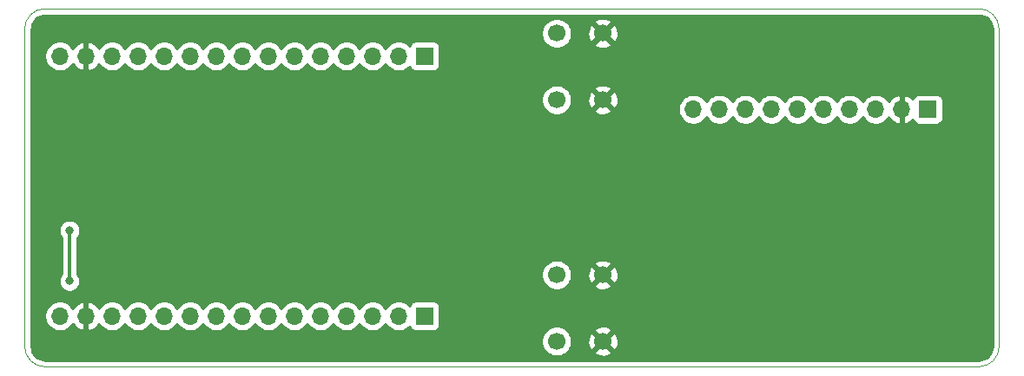
<source format=gbr>
G04 #@! TF.GenerationSoftware,KiCad,Pcbnew,(5.1.10)-1*
G04 #@! TF.CreationDate,2021-10-12T16:57:56+02:00*
G04 #@! TF.ProjectId,esp32-imu,65737033-322d-4696-9d75-2e6b69636164,v0.1.0*
G04 #@! TF.SameCoordinates,Original*
G04 #@! TF.FileFunction,Copper,L2,Bot*
G04 #@! TF.FilePolarity,Positive*
%FSLAX46Y46*%
G04 Gerber Fmt 4.6, Leading zero omitted, Abs format (unit mm)*
G04 Created by KiCad (PCBNEW (5.1.10)-1) date 2021-10-12 16:57:56*
%MOMM*%
%LPD*%
G01*
G04 APERTURE LIST*
G04 #@! TA.AperFunction,Profile*
%ADD10C,0.050000*%
G04 #@! TD*
G04 #@! TA.AperFunction,ComponentPad*
%ADD11C,1.700000*%
G04 #@! TD*
G04 #@! TA.AperFunction,ComponentPad*
%ADD12O,1.700000X1.700000*%
G04 #@! TD*
G04 #@! TA.AperFunction,ComponentPad*
%ADD13R,1.700000X1.700000*%
G04 #@! TD*
G04 #@! TA.AperFunction,ViaPad*
%ADD14C,0.800000*%
G04 #@! TD*
G04 #@! TA.AperFunction,Conductor*
%ADD15C,0.250000*%
G04 #@! TD*
G04 #@! TA.AperFunction,Conductor*
%ADD16C,0.300000*%
G04 #@! TD*
G04 #@! TA.AperFunction,Conductor*
%ADD17C,0.254000*%
G04 #@! TD*
G04 #@! TA.AperFunction,Conductor*
%ADD18C,0.100000*%
G04 #@! TD*
G04 APERTURE END LIST*
D10*
X196212400Y-117289960D02*
G75*
G03*
X198212400Y-115289960I0J2000000D01*
G01*
X198212400Y-84289960D02*
G75*
G03*
X196212400Y-82289960I-2000000J0D01*
G01*
X105212400Y-82289960D02*
G75*
G03*
X103212400Y-84289960I0J-2000000D01*
G01*
X105212400Y-117289960D02*
G75*
G02*
X103212400Y-115289960I0J2000000D01*
G01*
X196212400Y-82289960D02*
X105212400Y-82289960D01*
X198212400Y-115289960D02*
X198212400Y-84289960D01*
X105212400Y-117289960D02*
X196212400Y-117289960D01*
X103212400Y-84289960D02*
X103212400Y-115289960D01*
D11*
X155077160Y-114797840D03*
X155077160Y-108297840D03*
X159577160Y-114797840D03*
X159577160Y-108297840D03*
X155077160Y-91201240D03*
X155077160Y-84701240D03*
X159577160Y-91201240D03*
X159577160Y-84701240D03*
D12*
X168396920Y-92124400D03*
X170936920Y-92124400D03*
X173476920Y-92124400D03*
X176016920Y-92124400D03*
X178556920Y-92124400D03*
X181096920Y-92124400D03*
X183636920Y-92124400D03*
X186176920Y-92124400D03*
X188716920Y-92124400D03*
D13*
X191256920Y-92124400D03*
D12*
X106640720Y-112324400D03*
X109180720Y-112324400D03*
X111720720Y-112324400D03*
X114260720Y-112324400D03*
X116800720Y-112324400D03*
X119340720Y-112324400D03*
X121880720Y-112324400D03*
X124420720Y-112324400D03*
X126960720Y-112324400D03*
X129500720Y-112324400D03*
X132040720Y-112324400D03*
X134580720Y-112324400D03*
X137120720Y-112324400D03*
X139660720Y-112324400D03*
D13*
X142200720Y-112324400D03*
D12*
X106640720Y-86924400D03*
X109180720Y-86924400D03*
X111720720Y-86924400D03*
X114260720Y-86924400D03*
X116800720Y-86924400D03*
X119340720Y-86924400D03*
X121880720Y-86924400D03*
X124420720Y-86924400D03*
X126960720Y-86924400D03*
X129500720Y-86924400D03*
X132040720Y-86924400D03*
X134580720Y-86924400D03*
X137120720Y-86924400D03*
X139660720Y-86924400D03*
D13*
X142200720Y-86924400D03*
D14*
X130599180Y-104147620D03*
X140149580Y-94648020D03*
X108805980Y-102674420D03*
X187469780Y-89034620D03*
X181551580Y-106967020D03*
X169588180Y-113469420D03*
X192938400Y-112928400D03*
X109601000Y-94381320D03*
X112364520Y-96225360D03*
X140716000Y-103352600D03*
X146227800Y-108026200D03*
X166624000Y-103352600D03*
X177190400Y-102946200D03*
X172923200Y-98221800D03*
X175732440Y-88323420D03*
X166624000Y-96215200D03*
X149199600Y-96240600D03*
X120540780Y-110345220D03*
X115077240Y-102803960D03*
X119667020Y-100101400D03*
X126657100Y-98943160D03*
X130215640Y-94183200D03*
X147048220Y-85450680D03*
X163032440Y-87025480D03*
X195026280Y-87703660D03*
X190578740Y-102712520D03*
X181457600Y-99034600D03*
X169773600Y-108153200D03*
X163403280Y-111668560D03*
X148513800Y-112699800D03*
X143510000Y-96291400D03*
X147751800Y-103378000D03*
X107579160Y-108905040D03*
X107586780Y-103959660D03*
D15*
X116773960Y-86951160D02*
X116800720Y-86924400D01*
X119340720Y-86924400D02*
X119336820Y-86928300D01*
D16*
X107579160Y-104233980D02*
X107574080Y-104228900D01*
X107579160Y-108905040D02*
X107579160Y-104233980D01*
X107579160Y-103967280D02*
X107586780Y-103959660D01*
X107579160Y-104233980D02*
X107579160Y-103967280D01*
D15*
X155061920Y-91216480D02*
X155077160Y-91201240D01*
D17*
X196472059Y-82978585D02*
X196721829Y-83053995D01*
X196952192Y-83176482D01*
X197154380Y-83341382D01*
X197320686Y-83542410D01*
X197444778Y-83771914D01*
X197521931Y-84021155D01*
X197552401Y-84311058D01*
X197552400Y-115257681D01*
X197523775Y-115549620D01*
X197448365Y-115799389D01*
X197325877Y-116029754D01*
X197160979Y-116231939D01*
X196959946Y-116398248D01*
X196730446Y-116522338D01*
X196481205Y-116599491D01*
X196191311Y-116629960D01*
X105244679Y-116629960D01*
X104952740Y-116601335D01*
X104702971Y-116525925D01*
X104472606Y-116403437D01*
X104270421Y-116238539D01*
X104104112Y-116037506D01*
X103980022Y-115808006D01*
X103902869Y-115558765D01*
X103872400Y-115268871D01*
X103872400Y-114651580D01*
X153592160Y-114651580D01*
X153592160Y-114944100D01*
X153649228Y-115230998D01*
X153761170Y-115501251D01*
X153923685Y-115744472D01*
X154130528Y-115951315D01*
X154373749Y-116113830D01*
X154644002Y-116225772D01*
X154930900Y-116282840D01*
X155223420Y-116282840D01*
X155510318Y-116225772D01*
X155780571Y-116113830D01*
X156023792Y-115951315D01*
X156148870Y-115826237D01*
X158728368Y-115826237D01*
X158806003Y-116075312D01*
X159070043Y-116201211D01*
X159353571Y-116273179D01*
X159645691Y-116288451D01*
X159935179Y-116246439D01*
X160210907Y-116148759D01*
X160348317Y-116075312D01*
X160425952Y-115826237D01*
X159577160Y-114977445D01*
X158728368Y-115826237D01*
X156148870Y-115826237D01*
X156230635Y-115744472D01*
X156393150Y-115501251D01*
X156505092Y-115230998D01*
X156562160Y-114944100D01*
X156562160Y-114866371D01*
X158086549Y-114866371D01*
X158128561Y-115155859D01*
X158226241Y-115431587D01*
X158299688Y-115568997D01*
X158548763Y-115646632D01*
X159397555Y-114797840D01*
X159756765Y-114797840D01*
X160605557Y-115646632D01*
X160854632Y-115568997D01*
X160980531Y-115304957D01*
X161052499Y-115021429D01*
X161067771Y-114729309D01*
X161025759Y-114439821D01*
X160928079Y-114164093D01*
X160854632Y-114026683D01*
X160605557Y-113949048D01*
X159756765Y-114797840D01*
X159397555Y-114797840D01*
X158548763Y-113949048D01*
X158299688Y-114026683D01*
X158173789Y-114290723D01*
X158101821Y-114574251D01*
X158086549Y-114866371D01*
X156562160Y-114866371D01*
X156562160Y-114651580D01*
X156505092Y-114364682D01*
X156393150Y-114094429D01*
X156230635Y-113851208D01*
X156148870Y-113769443D01*
X158728368Y-113769443D01*
X159577160Y-114618235D01*
X160425952Y-113769443D01*
X160348317Y-113520368D01*
X160084277Y-113394469D01*
X159800749Y-113322501D01*
X159508629Y-113307229D01*
X159219141Y-113349241D01*
X158943413Y-113446921D01*
X158806003Y-113520368D01*
X158728368Y-113769443D01*
X156148870Y-113769443D01*
X156023792Y-113644365D01*
X155780571Y-113481850D01*
X155510318Y-113369908D01*
X155223420Y-113312840D01*
X154930900Y-113312840D01*
X154644002Y-113369908D01*
X154373749Y-113481850D01*
X154130528Y-113644365D01*
X153923685Y-113851208D01*
X153761170Y-114094429D01*
X153649228Y-114364682D01*
X153592160Y-114651580D01*
X103872400Y-114651580D01*
X103872400Y-112178140D01*
X105155720Y-112178140D01*
X105155720Y-112470660D01*
X105212788Y-112757558D01*
X105324730Y-113027811D01*
X105487245Y-113271032D01*
X105694088Y-113477875D01*
X105937309Y-113640390D01*
X106207562Y-113752332D01*
X106494460Y-113809400D01*
X106786980Y-113809400D01*
X107073878Y-113752332D01*
X107344131Y-113640390D01*
X107587352Y-113477875D01*
X107794195Y-113271032D01*
X107915915Y-113088866D01*
X107985542Y-113205755D01*
X108180451Y-113421988D01*
X108413800Y-113596041D01*
X108676621Y-113721225D01*
X108823830Y-113765876D01*
X109053720Y-113644555D01*
X109053720Y-112451400D01*
X109033720Y-112451400D01*
X109033720Y-112197400D01*
X109053720Y-112197400D01*
X109053720Y-111004245D01*
X109307720Y-111004245D01*
X109307720Y-112197400D01*
X109327720Y-112197400D01*
X109327720Y-112451400D01*
X109307720Y-112451400D01*
X109307720Y-113644555D01*
X109537610Y-113765876D01*
X109684819Y-113721225D01*
X109947640Y-113596041D01*
X110180989Y-113421988D01*
X110375898Y-113205755D01*
X110445525Y-113088866D01*
X110567245Y-113271032D01*
X110774088Y-113477875D01*
X111017309Y-113640390D01*
X111287562Y-113752332D01*
X111574460Y-113809400D01*
X111866980Y-113809400D01*
X112153878Y-113752332D01*
X112424131Y-113640390D01*
X112667352Y-113477875D01*
X112874195Y-113271032D01*
X112990720Y-113096640D01*
X113107245Y-113271032D01*
X113314088Y-113477875D01*
X113557309Y-113640390D01*
X113827562Y-113752332D01*
X114114460Y-113809400D01*
X114406980Y-113809400D01*
X114693878Y-113752332D01*
X114964131Y-113640390D01*
X115207352Y-113477875D01*
X115414195Y-113271032D01*
X115530720Y-113096640D01*
X115647245Y-113271032D01*
X115854088Y-113477875D01*
X116097309Y-113640390D01*
X116367562Y-113752332D01*
X116654460Y-113809400D01*
X116946980Y-113809400D01*
X117233878Y-113752332D01*
X117504131Y-113640390D01*
X117747352Y-113477875D01*
X117954195Y-113271032D01*
X118070720Y-113096640D01*
X118187245Y-113271032D01*
X118394088Y-113477875D01*
X118637309Y-113640390D01*
X118907562Y-113752332D01*
X119194460Y-113809400D01*
X119486980Y-113809400D01*
X119773878Y-113752332D01*
X120044131Y-113640390D01*
X120287352Y-113477875D01*
X120494195Y-113271032D01*
X120610720Y-113096640D01*
X120727245Y-113271032D01*
X120934088Y-113477875D01*
X121177309Y-113640390D01*
X121447562Y-113752332D01*
X121734460Y-113809400D01*
X122026980Y-113809400D01*
X122313878Y-113752332D01*
X122584131Y-113640390D01*
X122827352Y-113477875D01*
X123034195Y-113271032D01*
X123150720Y-113096640D01*
X123267245Y-113271032D01*
X123474088Y-113477875D01*
X123717309Y-113640390D01*
X123987562Y-113752332D01*
X124274460Y-113809400D01*
X124566980Y-113809400D01*
X124853878Y-113752332D01*
X125124131Y-113640390D01*
X125367352Y-113477875D01*
X125574195Y-113271032D01*
X125690720Y-113096640D01*
X125807245Y-113271032D01*
X126014088Y-113477875D01*
X126257309Y-113640390D01*
X126527562Y-113752332D01*
X126814460Y-113809400D01*
X127106980Y-113809400D01*
X127393878Y-113752332D01*
X127664131Y-113640390D01*
X127907352Y-113477875D01*
X128114195Y-113271032D01*
X128230720Y-113096640D01*
X128347245Y-113271032D01*
X128554088Y-113477875D01*
X128797309Y-113640390D01*
X129067562Y-113752332D01*
X129354460Y-113809400D01*
X129646980Y-113809400D01*
X129933878Y-113752332D01*
X130204131Y-113640390D01*
X130447352Y-113477875D01*
X130654195Y-113271032D01*
X130770720Y-113096640D01*
X130887245Y-113271032D01*
X131094088Y-113477875D01*
X131337309Y-113640390D01*
X131607562Y-113752332D01*
X131894460Y-113809400D01*
X132186980Y-113809400D01*
X132473878Y-113752332D01*
X132744131Y-113640390D01*
X132987352Y-113477875D01*
X133194195Y-113271032D01*
X133310720Y-113096640D01*
X133427245Y-113271032D01*
X133634088Y-113477875D01*
X133877309Y-113640390D01*
X134147562Y-113752332D01*
X134434460Y-113809400D01*
X134726980Y-113809400D01*
X135013878Y-113752332D01*
X135284131Y-113640390D01*
X135527352Y-113477875D01*
X135734195Y-113271032D01*
X135850720Y-113096640D01*
X135967245Y-113271032D01*
X136174088Y-113477875D01*
X136417309Y-113640390D01*
X136687562Y-113752332D01*
X136974460Y-113809400D01*
X137266980Y-113809400D01*
X137553878Y-113752332D01*
X137824131Y-113640390D01*
X138067352Y-113477875D01*
X138274195Y-113271032D01*
X138390720Y-113096640D01*
X138507245Y-113271032D01*
X138714088Y-113477875D01*
X138957309Y-113640390D01*
X139227562Y-113752332D01*
X139514460Y-113809400D01*
X139806980Y-113809400D01*
X140093878Y-113752332D01*
X140364131Y-113640390D01*
X140607352Y-113477875D01*
X140739207Y-113346020D01*
X140761218Y-113418580D01*
X140820183Y-113528894D01*
X140899535Y-113625585D01*
X140996226Y-113704937D01*
X141106540Y-113763902D01*
X141226238Y-113800212D01*
X141350720Y-113812472D01*
X143050720Y-113812472D01*
X143175202Y-113800212D01*
X143294900Y-113763902D01*
X143405214Y-113704937D01*
X143501905Y-113625585D01*
X143581257Y-113528894D01*
X143640222Y-113418580D01*
X143676532Y-113298882D01*
X143688792Y-113174400D01*
X143688792Y-111474400D01*
X143676532Y-111349918D01*
X143640222Y-111230220D01*
X143581257Y-111119906D01*
X143501905Y-111023215D01*
X143405214Y-110943863D01*
X143294900Y-110884898D01*
X143175202Y-110848588D01*
X143050720Y-110836328D01*
X141350720Y-110836328D01*
X141226238Y-110848588D01*
X141106540Y-110884898D01*
X140996226Y-110943863D01*
X140899535Y-111023215D01*
X140820183Y-111119906D01*
X140761218Y-111230220D01*
X140739207Y-111302780D01*
X140607352Y-111170925D01*
X140364131Y-111008410D01*
X140093878Y-110896468D01*
X139806980Y-110839400D01*
X139514460Y-110839400D01*
X139227562Y-110896468D01*
X138957309Y-111008410D01*
X138714088Y-111170925D01*
X138507245Y-111377768D01*
X138390720Y-111552160D01*
X138274195Y-111377768D01*
X138067352Y-111170925D01*
X137824131Y-111008410D01*
X137553878Y-110896468D01*
X137266980Y-110839400D01*
X136974460Y-110839400D01*
X136687562Y-110896468D01*
X136417309Y-111008410D01*
X136174088Y-111170925D01*
X135967245Y-111377768D01*
X135850720Y-111552160D01*
X135734195Y-111377768D01*
X135527352Y-111170925D01*
X135284131Y-111008410D01*
X135013878Y-110896468D01*
X134726980Y-110839400D01*
X134434460Y-110839400D01*
X134147562Y-110896468D01*
X133877309Y-111008410D01*
X133634088Y-111170925D01*
X133427245Y-111377768D01*
X133310720Y-111552160D01*
X133194195Y-111377768D01*
X132987352Y-111170925D01*
X132744131Y-111008410D01*
X132473878Y-110896468D01*
X132186980Y-110839400D01*
X131894460Y-110839400D01*
X131607562Y-110896468D01*
X131337309Y-111008410D01*
X131094088Y-111170925D01*
X130887245Y-111377768D01*
X130770720Y-111552160D01*
X130654195Y-111377768D01*
X130447352Y-111170925D01*
X130204131Y-111008410D01*
X129933878Y-110896468D01*
X129646980Y-110839400D01*
X129354460Y-110839400D01*
X129067562Y-110896468D01*
X128797309Y-111008410D01*
X128554088Y-111170925D01*
X128347245Y-111377768D01*
X128230720Y-111552160D01*
X128114195Y-111377768D01*
X127907352Y-111170925D01*
X127664131Y-111008410D01*
X127393878Y-110896468D01*
X127106980Y-110839400D01*
X126814460Y-110839400D01*
X126527562Y-110896468D01*
X126257309Y-111008410D01*
X126014088Y-111170925D01*
X125807245Y-111377768D01*
X125690720Y-111552160D01*
X125574195Y-111377768D01*
X125367352Y-111170925D01*
X125124131Y-111008410D01*
X124853878Y-110896468D01*
X124566980Y-110839400D01*
X124274460Y-110839400D01*
X123987562Y-110896468D01*
X123717309Y-111008410D01*
X123474088Y-111170925D01*
X123267245Y-111377768D01*
X123150720Y-111552160D01*
X123034195Y-111377768D01*
X122827352Y-111170925D01*
X122584131Y-111008410D01*
X122313878Y-110896468D01*
X122026980Y-110839400D01*
X121734460Y-110839400D01*
X121447562Y-110896468D01*
X121177309Y-111008410D01*
X120934088Y-111170925D01*
X120727245Y-111377768D01*
X120610720Y-111552160D01*
X120494195Y-111377768D01*
X120287352Y-111170925D01*
X120044131Y-111008410D01*
X119773878Y-110896468D01*
X119486980Y-110839400D01*
X119194460Y-110839400D01*
X118907562Y-110896468D01*
X118637309Y-111008410D01*
X118394088Y-111170925D01*
X118187245Y-111377768D01*
X118070720Y-111552160D01*
X117954195Y-111377768D01*
X117747352Y-111170925D01*
X117504131Y-111008410D01*
X117233878Y-110896468D01*
X116946980Y-110839400D01*
X116654460Y-110839400D01*
X116367562Y-110896468D01*
X116097309Y-111008410D01*
X115854088Y-111170925D01*
X115647245Y-111377768D01*
X115530720Y-111552160D01*
X115414195Y-111377768D01*
X115207352Y-111170925D01*
X114964131Y-111008410D01*
X114693878Y-110896468D01*
X114406980Y-110839400D01*
X114114460Y-110839400D01*
X113827562Y-110896468D01*
X113557309Y-111008410D01*
X113314088Y-111170925D01*
X113107245Y-111377768D01*
X112990720Y-111552160D01*
X112874195Y-111377768D01*
X112667352Y-111170925D01*
X112424131Y-111008410D01*
X112153878Y-110896468D01*
X111866980Y-110839400D01*
X111574460Y-110839400D01*
X111287562Y-110896468D01*
X111017309Y-111008410D01*
X110774088Y-111170925D01*
X110567245Y-111377768D01*
X110445525Y-111559934D01*
X110375898Y-111443045D01*
X110180989Y-111226812D01*
X109947640Y-111052759D01*
X109684819Y-110927575D01*
X109537610Y-110882924D01*
X109307720Y-111004245D01*
X109053720Y-111004245D01*
X108823830Y-110882924D01*
X108676621Y-110927575D01*
X108413800Y-111052759D01*
X108180451Y-111226812D01*
X107985542Y-111443045D01*
X107915915Y-111559934D01*
X107794195Y-111377768D01*
X107587352Y-111170925D01*
X107344131Y-111008410D01*
X107073878Y-110896468D01*
X106786980Y-110839400D01*
X106494460Y-110839400D01*
X106207562Y-110896468D01*
X105937309Y-111008410D01*
X105694088Y-111170925D01*
X105487245Y-111377768D01*
X105324730Y-111620989D01*
X105212788Y-111891242D01*
X105155720Y-112178140D01*
X103872400Y-112178140D01*
X103872400Y-108803101D01*
X106544160Y-108803101D01*
X106544160Y-109006979D01*
X106583934Y-109206938D01*
X106661955Y-109395296D01*
X106775223Y-109564814D01*
X106919386Y-109708977D01*
X107088904Y-109822245D01*
X107277262Y-109900266D01*
X107477221Y-109940040D01*
X107681099Y-109940040D01*
X107881058Y-109900266D01*
X108069416Y-109822245D01*
X108238934Y-109708977D01*
X108383097Y-109564814D01*
X108496365Y-109395296D01*
X108574386Y-109206938D01*
X108614160Y-109006979D01*
X108614160Y-108803101D01*
X108574386Y-108603142D01*
X108496365Y-108414784D01*
X108383097Y-108245266D01*
X108364160Y-108226329D01*
X108364160Y-108151580D01*
X153592160Y-108151580D01*
X153592160Y-108444100D01*
X153649228Y-108730998D01*
X153761170Y-109001251D01*
X153923685Y-109244472D01*
X154130528Y-109451315D01*
X154373749Y-109613830D01*
X154644002Y-109725772D01*
X154930900Y-109782840D01*
X155223420Y-109782840D01*
X155510318Y-109725772D01*
X155780571Y-109613830D01*
X156023792Y-109451315D01*
X156148870Y-109326237D01*
X158728368Y-109326237D01*
X158806003Y-109575312D01*
X159070043Y-109701211D01*
X159353571Y-109773179D01*
X159645691Y-109788451D01*
X159935179Y-109746439D01*
X160210907Y-109648759D01*
X160348317Y-109575312D01*
X160425952Y-109326237D01*
X159577160Y-108477445D01*
X158728368Y-109326237D01*
X156148870Y-109326237D01*
X156230635Y-109244472D01*
X156393150Y-109001251D01*
X156505092Y-108730998D01*
X156562160Y-108444100D01*
X156562160Y-108366371D01*
X158086549Y-108366371D01*
X158128561Y-108655859D01*
X158226241Y-108931587D01*
X158299688Y-109068997D01*
X158548763Y-109146632D01*
X159397555Y-108297840D01*
X159756765Y-108297840D01*
X160605557Y-109146632D01*
X160854632Y-109068997D01*
X160980531Y-108804957D01*
X161052499Y-108521429D01*
X161067771Y-108229309D01*
X161025759Y-107939821D01*
X160928079Y-107664093D01*
X160854632Y-107526683D01*
X160605557Y-107449048D01*
X159756765Y-108297840D01*
X159397555Y-108297840D01*
X158548763Y-107449048D01*
X158299688Y-107526683D01*
X158173789Y-107790723D01*
X158101821Y-108074251D01*
X158086549Y-108366371D01*
X156562160Y-108366371D01*
X156562160Y-108151580D01*
X156505092Y-107864682D01*
X156393150Y-107594429D01*
X156230635Y-107351208D01*
X156148870Y-107269443D01*
X158728368Y-107269443D01*
X159577160Y-108118235D01*
X160425952Y-107269443D01*
X160348317Y-107020368D01*
X160084277Y-106894469D01*
X159800749Y-106822501D01*
X159508629Y-106807229D01*
X159219141Y-106849241D01*
X158943413Y-106946921D01*
X158806003Y-107020368D01*
X158728368Y-107269443D01*
X156148870Y-107269443D01*
X156023792Y-107144365D01*
X155780571Y-106981850D01*
X155510318Y-106869908D01*
X155223420Y-106812840D01*
X154930900Y-106812840D01*
X154644002Y-106869908D01*
X154373749Y-106981850D01*
X154130528Y-107144365D01*
X153923685Y-107351208D01*
X153761170Y-107594429D01*
X153649228Y-107864682D01*
X153592160Y-108151580D01*
X108364160Y-108151580D01*
X108364160Y-104645991D01*
X108390717Y-104619434D01*
X108503985Y-104449916D01*
X108582006Y-104261558D01*
X108621780Y-104061599D01*
X108621780Y-103857721D01*
X108582006Y-103657762D01*
X108503985Y-103469404D01*
X108390717Y-103299886D01*
X108246554Y-103155723D01*
X108077036Y-103042455D01*
X107888678Y-102964434D01*
X107688719Y-102924660D01*
X107484841Y-102924660D01*
X107284882Y-102964434D01*
X107096524Y-103042455D01*
X106927006Y-103155723D01*
X106782843Y-103299886D01*
X106669575Y-103469404D01*
X106591554Y-103657762D01*
X106551780Y-103857721D01*
X106551780Y-104061599D01*
X106591554Y-104261558D01*
X106669575Y-104449916D01*
X106782843Y-104619434D01*
X106794161Y-104630752D01*
X106794160Y-108226329D01*
X106775223Y-108245266D01*
X106661955Y-108414784D01*
X106583934Y-108603142D01*
X106544160Y-108803101D01*
X103872400Y-108803101D01*
X103872400Y-91054980D01*
X153592160Y-91054980D01*
X153592160Y-91347500D01*
X153649228Y-91634398D01*
X153761170Y-91904651D01*
X153923685Y-92147872D01*
X154130528Y-92354715D01*
X154373749Y-92517230D01*
X154644002Y-92629172D01*
X154930900Y-92686240D01*
X155223420Y-92686240D01*
X155510318Y-92629172D01*
X155780571Y-92517230D01*
X156023792Y-92354715D01*
X156148870Y-92229637D01*
X158728368Y-92229637D01*
X158806003Y-92478712D01*
X159070043Y-92604611D01*
X159353571Y-92676579D01*
X159645691Y-92691851D01*
X159935179Y-92649839D01*
X160210907Y-92552159D01*
X160348317Y-92478712D01*
X160425952Y-92229637D01*
X159577160Y-91380845D01*
X158728368Y-92229637D01*
X156148870Y-92229637D01*
X156230635Y-92147872D01*
X156393150Y-91904651D01*
X156505092Y-91634398D01*
X156562160Y-91347500D01*
X156562160Y-91269771D01*
X158086549Y-91269771D01*
X158128561Y-91559259D01*
X158226241Y-91834987D01*
X158299688Y-91972397D01*
X158548763Y-92050032D01*
X159397555Y-91201240D01*
X159756765Y-91201240D01*
X160605557Y-92050032D01*
X160836206Y-91978140D01*
X166911920Y-91978140D01*
X166911920Y-92270660D01*
X166968988Y-92557558D01*
X167080930Y-92827811D01*
X167243445Y-93071032D01*
X167450288Y-93277875D01*
X167693509Y-93440390D01*
X167963762Y-93552332D01*
X168250660Y-93609400D01*
X168543180Y-93609400D01*
X168830078Y-93552332D01*
X169100331Y-93440390D01*
X169343552Y-93277875D01*
X169550395Y-93071032D01*
X169666920Y-92896640D01*
X169783445Y-93071032D01*
X169990288Y-93277875D01*
X170233509Y-93440390D01*
X170503762Y-93552332D01*
X170790660Y-93609400D01*
X171083180Y-93609400D01*
X171370078Y-93552332D01*
X171640331Y-93440390D01*
X171883552Y-93277875D01*
X172090395Y-93071032D01*
X172206920Y-92896640D01*
X172323445Y-93071032D01*
X172530288Y-93277875D01*
X172773509Y-93440390D01*
X173043762Y-93552332D01*
X173330660Y-93609400D01*
X173623180Y-93609400D01*
X173910078Y-93552332D01*
X174180331Y-93440390D01*
X174423552Y-93277875D01*
X174630395Y-93071032D01*
X174746920Y-92896640D01*
X174863445Y-93071032D01*
X175070288Y-93277875D01*
X175313509Y-93440390D01*
X175583762Y-93552332D01*
X175870660Y-93609400D01*
X176163180Y-93609400D01*
X176450078Y-93552332D01*
X176720331Y-93440390D01*
X176963552Y-93277875D01*
X177170395Y-93071032D01*
X177286920Y-92896640D01*
X177403445Y-93071032D01*
X177610288Y-93277875D01*
X177853509Y-93440390D01*
X178123762Y-93552332D01*
X178410660Y-93609400D01*
X178703180Y-93609400D01*
X178990078Y-93552332D01*
X179260331Y-93440390D01*
X179503552Y-93277875D01*
X179710395Y-93071032D01*
X179826920Y-92896640D01*
X179943445Y-93071032D01*
X180150288Y-93277875D01*
X180393509Y-93440390D01*
X180663762Y-93552332D01*
X180950660Y-93609400D01*
X181243180Y-93609400D01*
X181530078Y-93552332D01*
X181800331Y-93440390D01*
X182043552Y-93277875D01*
X182250395Y-93071032D01*
X182366920Y-92896640D01*
X182483445Y-93071032D01*
X182690288Y-93277875D01*
X182933509Y-93440390D01*
X183203762Y-93552332D01*
X183490660Y-93609400D01*
X183783180Y-93609400D01*
X184070078Y-93552332D01*
X184340331Y-93440390D01*
X184583552Y-93277875D01*
X184790395Y-93071032D01*
X184906920Y-92896640D01*
X185023445Y-93071032D01*
X185230288Y-93277875D01*
X185473509Y-93440390D01*
X185743762Y-93552332D01*
X186030660Y-93609400D01*
X186323180Y-93609400D01*
X186610078Y-93552332D01*
X186880331Y-93440390D01*
X187123552Y-93277875D01*
X187330395Y-93071032D01*
X187452115Y-92888866D01*
X187521742Y-93005755D01*
X187716651Y-93221988D01*
X187950000Y-93396041D01*
X188212821Y-93521225D01*
X188360030Y-93565876D01*
X188589920Y-93444555D01*
X188589920Y-92251400D01*
X188569920Y-92251400D01*
X188569920Y-91997400D01*
X188589920Y-91997400D01*
X188589920Y-90804245D01*
X188843920Y-90804245D01*
X188843920Y-91997400D01*
X188863920Y-91997400D01*
X188863920Y-92251400D01*
X188843920Y-92251400D01*
X188843920Y-93444555D01*
X189073810Y-93565876D01*
X189221019Y-93521225D01*
X189483840Y-93396041D01*
X189717189Y-93221988D01*
X189792954Y-93137934D01*
X189817418Y-93218580D01*
X189876383Y-93328894D01*
X189955735Y-93425585D01*
X190052426Y-93504937D01*
X190162740Y-93563902D01*
X190282438Y-93600212D01*
X190406920Y-93612472D01*
X192106920Y-93612472D01*
X192231402Y-93600212D01*
X192351100Y-93563902D01*
X192461414Y-93504937D01*
X192558105Y-93425585D01*
X192637457Y-93328894D01*
X192696422Y-93218580D01*
X192732732Y-93098882D01*
X192744992Y-92974400D01*
X192744992Y-91274400D01*
X192732732Y-91149918D01*
X192696422Y-91030220D01*
X192637457Y-90919906D01*
X192558105Y-90823215D01*
X192461414Y-90743863D01*
X192351100Y-90684898D01*
X192231402Y-90648588D01*
X192106920Y-90636328D01*
X190406920Y-90636328D01*
X190282438Y-90648588D01*
X190162740Y-90684898D01*
X190052426Y-90743863D01*
X189955735Y-90823215D01*
X189876383Y-90919906D01*
X189817418Y-91030220D01*
X189792954Y-91110866D01*
X189717189Y-91026812D01*
X189483840Y-90852759D01*
X189221019Y-90727575D01*
X189073810Y-90682924D01*
X188843920Y-90804245D01*
X188589920Y-90804245D01*
X188360030Y-90682924D01*
X188212821Y-90727575D01*
X187950000Y-90852759D01*
X187716651Y-91026812D01*
X187521742Y-91243045D01*
X187452115Y-91359934D01*
X187330395Y-91177768D01*
X187123552Y-90970925D01*
X186880331Y-90808410D01*
X186610078Y-90696468D01*
X186323180Y-90639400D01*
X186030660Y-90639400D01*
X185743762Y-90696468D01*
X185473509Y-90808410D01*
X185230288Y-90970925D01*
X185023445Y-91177768D01*
X184906920Y-91352160D01*
X184790395Y-91177768D01*
X184583552Y-90970925D01*
X184340331Y-90808410D01*
X184070078Y-90696468D01*
X183783180Y-90639400D01*
X183490660Y-90639400D01*
X183203762Y-90696468D01*
X182933509Y-90808410D01*
X182690288Y-90970925D01*
X182483445Y-91177768D01*
X182366920Y-91352160D01*
X182250395Y-91177768D01*
X182043552Y-90970925D01*
X181800331Y-90808410D01*
X181530078Y-90696468D01*
X181243180Y-90639400D01*
X180950660Y-90639400D01*
X180663762Y-90696468D01*
X180393509Y-90808410D01*
X180150288Y-90970925D01*
X179943445Y-91177768D01*
X179826920Y-91352160D01*
X179710395Y-91177768D01*
X179503552Y-90970925D01*
X179260331Y-90808410D01*
X178990078Y-90696468D01*
X178703180Y-90639400D01*
X178410660Y-90639400D01*
X178123762Y-90696468D01*
X177853509Y-90808410D01*
X177610288Y-90970925D01*
X177403445Y-91177768D01*
X177286920Y-91352160D01*
X177170395Y-91177768D01*
X176963552Y-90970925D01*
X176720331Y-90808410D01*
X176450078Y-90696468D01*
X176163180Y-90639400D01*
X175870660Y-90639400D01*
X175583762Y-90696468D01*
X175313509Y-90808410D01*
X175070288Y-90970925D01*
X174863445Y-91177768D01*
X174746920Y-91352160D01*
X174630395Y-91177768D01*
X174423552Y-90970925D01*
X174180331Y-90808410D01*
X173910078Y-90696468D01*
X173623180Y-90639400D01*
X173330660Y-90639400D01*
X173043762Y-90696468D01*
X172773509Y-90808410D01*
X172530288Y-90970925D01*
X172323445Y-91177768D01*
X172206920Y-91352160D01*
X172090395Y-91177768D01*
X171883552Y-90970925D01*
X171640331Y-90808410D01*
X171370078Y-90696468D01*
X171083180Y-90639400D01*
X170790660Y-90639400D01*
X170503762Y-90696468D01*
X170233509Y-90808410D01*
X169990288Y-90970925D01*
X169783445Y-91177768D01*
X169666920Y-91352160D01*
X169550395Y-91177768D01*
X169343552Y-90970925D01*
X169100331Y-90808410D01*
X168830078Y-90696468D01*
X168543180Y-90639400D01*
X168250660Y-90639400D01*
X167963762Y-90696468D01*
X167693509Y-90808410D01*
X167450288Y-90970925D01*
X167243445Y-91177768D01*
X167080930Y-91420989D01*
X166968988Y-91691242D01*
X166911920Y-91978140D01*
X160836206Y-91978140D01*
X160854632Y-91972397D01*
X160980531Y-91708357D01*
X161052499Y-91424829D01*
X161067771Y-91132709D01*
X161025759Y-90843221D01*
X160928079Y-90567493D01*
X160854632Y-90430083D01*
X160605557Y-90352448D01*
X159756765Y-91201240D01*
X159397555Y-91201240D01*
X158548763Y-90352448D01*
X158299688Y-90430083D01*
X158173789Y-90694123D01*
X158101821Y-90977651D01*
X158086549Y-91269771D01*
X156562160Y-91269771D01*
X156562160Y-91054980D01*
X156505092Y-90768082D01*
X156393150Y-90497829D01*
X156230635Y-90254608D01*
X156148870Y-90172843D01*
X158728368Y-90172843D01*
X159577160Y-91021635D01*
X160425952Y-90172843D01*
X160348317Y-89923768D01*
X160084277Y-89797869D01*
X159800749Y-89725901D01*
X159508629Y-89710629D01*
X159219141Y-89752641D01*
X158943413Y-89850321D01*
X158806003Y-89923768D01*
X158728368Y-90172843D01*
X156148870Y-90172843D01*
X156023792Y-90047765D01*
X155780571Y-89885250D01*
X155510318Y-89773308D01*
X155223420Y-89716240D01*
X154930900Y-89716240D01*
X154644002Y-89773308D01*
X154373749Y-89885250D01*
X154130528Y-90047765D01*
X153923685Y-90254608D01*
X153761170Y-90497829D01*
X153649228Y-90768082D01*
X153592160Y-91054980D01*
X103872400Y-91054980D01*
X103872400Y-86778140D01*
X105155720Y-86778140D01*
X105155720Y-87070660D01*
X105212788Y-87357558D01*
X105324730Y-87627811D01*
X105487245Y-87871032D01*
X105694088Y-88077875D01*
X105937309Y-88240390D01*
X106207562Y-88352332D01*
X106494460Y-88409400D01*
X106786980Y-88409400D01*
X107073878Y-88352332D01*
X107344131Y-88240390D01*
X107587352Y-88077875D01*
X107794195Y-87871032D01*
X107915915Y-87688866D01*
X107985542Y-87805755D01*
X108180451Y-88021988D01*
X108413800Y-88196041D01*
X108676621Y-88321225D01*
X108823830Y-88365876D01*
X109053720Y-88244555D01*
X109053720Y-87051400D01*
X109033720Y-87051400D01*
X109033720Y-86797400D01*
X109053720Y-86797400D01*
X109053720Y-85604245D01*
X109307720Y-85604245D01*
X109307720Y-86797400D01*
X109327720Y-86797400D01*
X109327720Y-87051400D01*
X109307720Y-87051400D01*
X109307720Y-88244555D01*
X109537610Y-88365876D01*
X109684819Y-88321225D01*
X109947640Y-88196041D01*
X110180989Y-88021988D01*
X110375898Y-87805755D01*
X110445525Y-87688866D01*
X110567245Y-87871032D01*
X110774088Y-88077875D01*
X111017309Y-88240390D01*
X111287562Y-88352332D01*
X111574460Y-88409400D01*
X111866980Y-88409400D01*
X112153878Y-88352332D01*
X112424131Y-88240390D01*
X112667352Y-88077875D01*
X112874195Y-87871032D01*
X112990720Y-87696640D01*
X113107245Y-87871032D01*
X113314088Y-88077875D01*
X113557309Y-88240390D01*
X113827562Y-88352332D01*
X114114460Y-88409400D01*
X114406980Y-88409400D01*
X114693878Y-88352332D01*
X114964131Y-88240390D01*
X115207352Y-88077875D01*
X115414195Y-87871032D01*
X115530720Y-87696640D01*
X115647245Y-87871032D01*
X115854088Y-88077875D01*
X116097309Y-88240390D01*
X116367562Y-88352332D01*
X116654460Y-88409400D01*
X116946980Y-88409400D01*
X117233878Y-88352332D01*
X117504131Y-88240390D01*
X117747352Y-88077875D01*
X117954195Y-87871032D01*
X118070720Y-87696640D01*
X118187245Y-87871032D01*
X118394088Y-88077875D01*
X118637309Y-88240390D01*
X118907562Y-88352332D01*
X119194460Y-88409400D01*
X119486980Y-88409400D01*
X119773878Y-88352332D01*
X120044131Y-88240390D01*
X120287352Y-88077875D01*
X120494195Y-87871032D01*
X120610720Y-87696640D01*
X120727245Y-87871032D01*
X120934088Y-88077875D01*
X121177309Y-88240390D01*
X121447562Y-88352332D01*
X121734460Y-88409400D01*
X122026980Y-88409400D01*
X122313878Y-88352332D01*
X122584131Y-88240390D01*
X122827352Y-88077875D01*
X123034195Y-87871032D01*
X123150720Y-87696640D01*
X123267245Y-87871032D01*
X123474088Y-88077875D01*
X123717309Y-88240390D01*
X123987562Y-88352332D01*
X124274460Y-88409400D01*
X124566980Y-88409400D01*
X124853878Y-88352332D01*
X125124131Y-88240390D01*
X125367352Y-88077875D01*
X125574195Y-87871032D01*
X125690720Y-87696640D01*
X125807245Y-87871032D01*
X126014088Y-88077875D01*
X126257309Y-88240390D01*
X126527562Y-88352332D01*
X126814460Y-88409400D01*
X127106980Y-88409400D01*
X127393878Y-88352332D01*
X127664131Y-88240390D01*
X127907352Y-88077875D01*
X128114195Y-87871032D01*
X128230720Y-87696640D01*
X128347245Y-87871032D01*
X128554088Y-88077875D01*
X128797309Y-88240390D01*
X129067562Y-88352332D01*
X129354460Y-88409400D01*
X129646980Y-88409400D01*
X129933878Y-88352332D01*
X130204131Y-88240390D01*
X130447352Y-88077875D01*
X130654195Y-87871032D01*
X130770720Y-87696640D01*
X130887245Y-87871032D01*
X131094088Y-88077875D01*
X131337309Y-88240390D01*
X131607562Y-88352332D01*
X131894460Y-88409400D01*
X132186980Y-88409400D01*
X132473878Y-88352332D01*
X132744131Y-88240390D01*
X132987352Y-88077875D01*
X133194195Y-87871032D01*
X133310720Y-87696640D01*
X133427245Y-87871032D01*
X133634088Y-88077875D01*
X133877309Y-88240390D01*
X134147562Y-88352332D01*
X134434460Y-88409400D01*
X134726980Y-88409400D01*
X135013878Y-88352332D01*
X135284131Y-88240390D01*
X135527352Y-88077875D01*
X135734195Y-87871032D01*
X135850720Y-87696640D01*
X135967245Y-87871032D01*
X136174088Y-88077875D01*
X136417309Y-88240390D01*
X136687562Y-88352332D01*
X136974460Y-88409400D01*
X137266980Y-88409400D01*
X137553878Y-88352332D01*
X137824131Y-88240390D01*
X138067352Y-88077875D01*
X138274195Y-87871032D01*
X138390720Y-87696640D01*
X138507245Y-87871032D01*
X138714088Y-88077875D01*
X138957309Y-88240390D01*
X139227562Y-88352332D01*
X139514460Y-88409400D01*
X139806980Y-88409400D01*
X140093878Y-88352332D01*
X140364131Y-88240390D01*
X140607352Y-88077875D01*
X140739207Y-87946020D01*
X140761218Y-88018580D01*
X140820183Y-88128894D01*
X140899535Y-88225585D01*
X140996226Y-88304937D01*
X141106540Y-88363902D01*
X141226238Y-88400212D01*
X141350720Y-88412472D01*
X143050720Y-88412472D01*
X143175202Y-88400212D01*
X143294900Y-88363902D01*
X143405214Y-88304937D01*
X143501905Y-88225585D01*
X143581257Y-88128894D01*
X143640222Y-88018580D01*
X143676532Y-87898882D01*
X143688792Y-87774400D01*
X143688792Y-86074400D01*
X143676532Y-85949918D01*
X143640222Y-85830220D01*
X143581257Y-85719906D01*
X143501905Y-85623215D01*
X143405214Y-85543863D01*
X143294900Y-85484898D01*
X143175202Y-85448588D01*
X143050720Y-85436328D01*
X141350720Y-85436328D01*
X141226238Y-85448588D01*
X141106540Y-85484898D01*
X140996226Y-85543863D01*
X140899535Y-85623215D01*
X140820183Y-85719906D01*
X140761218Y-85830220D01*
X140739207Y-85902780D01*
X140607352Y-85770925D01*
X140364131Y-85608410D01*
X140093878Y-85496468D01*
X139806980Y-85439400D01*
X139514460Y-85439400D01*
X139227562Y-85496468D01*
X138957309Y-85608410D01*
X138714088Y-85770925D01*
X138507245Y-85977768D01*
X138390720Y-86152160D01*
X138274195Y-85977768D01*
X138067352Y-85770925D01*
X137824131Y-85608410D01*
X137553878Y-85496468D01*
X137266980Y-85439400D01*
X136974460Y-85439400D01*
X136687562Y-85496468D01*
X136417309Y-85608410D01*
X136174088Y-85770925D01*
X135967245Y-85977768D01*
X135850720Y-86152160D01*
X135734195Y-85977768D01*
X135527352Y-85770925D01*
X135284131Y-85608410D01*
X135013878Y-85496468D01*
X134726980Y-85439400D01*
X134434460Y-85439400D01*
X134147562Y-85496468D01*
X133877309Y-85608410D01*
X133634088Y-85770925D01*
X133427245Y-85977768D01*
X133310720Y-86152160D01*
X133194195Y-85977768D01*
X132987352Y-85770925D01*
X132744131Y-85608410D01*
X132473878Y-85496468D01*
X132186980Y-85439400D01*
X131894460Y-85439400D01*
X131607562Y-85496468D01*
X131337309Y-85608410D01*
X131094088Y-85770925D01*
X130887245Y-85977768D01*
X130770720Y-86152160D01*
X130654195Y-85977768D01*
X130447352Y-85770925D01*
X130204131Y-85608410D01*
X129933878Y-85496468D01*
X129646980Y-85439400D01*
X129354460Y-85439400D01*
X129067562Y-85496468D01*
X128797309Y-85608410D01*
X128554088Y-85770925D01*
X128347245Y-85977768D01*
X128230720Y-86152160D01*
X128114195Y-85977768D01*
X127907352Y-85770925D01*
X127664131Y-85608410D01*
X127393878Y-85496468D01*
X127106980Y-85439400D01*
X126814460Y-85439400D01*
X126527562Y-85496468D01*
X126257309Y-85608410D01*
X126014088Y-85770925D01*
X125807245Y-85977768D01*
X125690720Y-86152160D01*
X125574195Y-85977768D01*
X125367352Y-85770925D01*
X125124131Y-85608410D01*
X124853878Y-85496468D01*
X124566980Y-85439400D01*
X124274460Y-85439400D01*
X123987562Y-85496468D01*
X123717309Y-85608410D01*
X123474088Y-85770925D01*
X123267245Y-85977768D01*
X123150720Y-86152160D01*
X123034195Y-85977768D01*
X122827352Y-85770925D01*
X122584131Y-85608410D01*
X122313878Y-85496468D01*
X122026980Y-85439400D01*
X121734460Y-85439400D01*
X121447562Y-85496468D01*
X121177309Y-85608410D01*
X120934088Y-85770925D01*
X120727245Y-85977768D01*
X120610720Y-86152160D01*
X120494195Y-85977768D01*
X120287352Y-85770925D01*
X120044131Y-85608410D01*
X119773878Y-85496468D01*
X119486980Y-85439400D01*
X119194460Y-85439400D01*
X118907562Y-85496468D01*
X118637309Y-85608410D01*
X118394088Y-85770925D01*
X118187245Y-85977768D01*
X118070720Y-86152160D01*
X117954195Y-85977768D01*
X117747352Y-85770925D01*
X117504131Y-85608410D01*
X117233878Y-85496468D01*
X116946980Y-85439400D01*
X116654460Y-85439400D01*
X116367562Y-85496468D01*
X116097309Y-85608410D01*
X115854088Y-85770925D01*
X115647245Y-85977768D01*
X115530720Y-86152160D01*
X115414195Y-85977768D01*
X115207352Y-85770925D01*
X114964131Y-85608410D01*
X114693878Y-85496468D01*
X114406980Y-85439400D01*
X114114460Y-85439400D01*
X113827562Y-85496468D01*
X113557309Y-85608410D01*
X113314088Y-85770925D01*
X113107245Y-85977768D01*
X112990720Y-86152160D01*
X112874195Y-85977768D01*
X112667352Y-85770925D01*
X112424131Y-85608410D01*
X112153878Y-85496468D01*
X111866980Y-85439400D01*
X111574460Y-85439400D01*
X111287562Y-85496468D01*
X111017309Y-85608410D01*
X110774088Y-85770925D01*
X110567245Y-85977768D01*
X110445525Y-86159934D01*
X110375898Y-86043045D01*
X110180989Y-85826812D01*
X109947640Y-85652759D01*
X109684819Y-85527575D01*
X109537610Y-85482924D01*
X109307720Y-85604245D01*
X109053720Y-85604245D01*
X108823830Y-85482924D01*
X108676621Y-85527575D01*
X108413800Y-85652759D01*
X108180451Y-85826812D01*
X107985542Y-86043045D01*
X107915915Y-86159934D01*
X107794195Y-85977768D01*
X107587352Y-85770925D01*
X107344131Y-85608410D01*
X107073878Y-85496468D01*
X106786980Y-85439400D01*
X106494460Y-85439400D01*
X106207562Y-85496468D01*
X105937309Y-85608410D01*
X105694088Y-85770925D01*
X105487245Y-85977768D01*
X105324730Y-86220989D01*
X105212788Y-86491242D01*
X105155720Y-86778140D01*
X103872400Y-86778140D01*
X103872400Y-84554980D01*
X153592160Y-84554980D01*
X153592160Y-84847500D01*
X153649228Y-85134398D01*
X153761170Y-85404651D01*
X153923685Y-85647872D01*
X154130528Y-85854715D01*
X154373749Y-86017230D01*
X154644002Y-86129172D01*
X154930900Y-86186240D01*
X155223420Y-86186240D01*
X155510318Y-86129172D01*
X155780571Y-86017230D01*
X156023792Y-85854715D01*
X156148870Y-85729637D01*
X158728368Y-85729637D01*
X158806003Y-85978712D01*
X159070043Y-86104611D01*
X159353571Y-86176579D01*
X159645691Y-86191851D01*
X159935179Y-86149839D01*
X160210907Y-86052159D01*
X160348317Y-85978712D01*
X160425952Y-85729637D01*
X159577160Y-84880845D01*
X158728368Y-85729637D01*
X156148870Y-85729637D01*
X156230635Y-85647872D01*
X156393150Y-85404651D01*
X156505092Y-85134398D01*
X156562160Y-84847500D01*
X156562160Y-84769771D01*
X158086549Y-84769771D01*
X158128561Y-85059259D01*
X158226241Y-85334987D01*
X158299688Y-85472397D01*
X158548763Y-85550032D01*
X159397555Y-84701240D01*
X159756765Y-84701240D01*
X160605557Y-85550032D01*
X160854632Y-85472397D01*
X160980531Y-85208357D01*
X161052499Y-84924829D01*
X161067771Y-84632709D01*
X161025759Y-84343221D01*
X160928079Y-84067493D01*
X160854632Y-83930083D01*
X160605557Y-83852448D01*
X159756765Y-84701240D01*
X159397555Y-84701240D01*
X158548763Y-83852448D01*
X158299688Y-83930083D01*
X158173789Y-84194123D01*
X158101821Y-84477651D01*
X158086549Y-84769771D01*
X156562160Y-84769771D01*
X156562160Y-84554980D01*
X156505092Y-84268082D01*
X156393150Y-83997829D01*
X156230635Y-83754608D01*
X156148870Y-83672843D01*
X158728368Y-83672843D01*
X159577160Y-84521635D01*
X160425952Y-83672843D01*
X160348317Y-83423768D01*
X160084277Y-83297869D01*
X159800749Y-83225901D01*
X159508629Y-83210629D01*
X159219141Y-83252641D01*
X158943413Y-83350321D01*
X158806003Y-83423768D01*
X158728368Y-83672843D01*
X156148870Y-83672843D01*
X156023792Y-83547765D01*
X155780571Y-83385250D01*
X155510318Y-83273308D01*
X155223420Y-83216240D01*
X154930900Y-83216240D01*
X154644002Y-83273308D01*
X154373749Y-83385250D01*
X154130528Y-83547765D01*
X153923685Y-83754608D01*
X153761170Y-83997829D01*
X153649228Y-84268082D01*
X153592160Y-84554980D01*
X103872400Y-84554980D01*
X103872400Y-84322239D01*
X103901025Y-84030301D01*
X103976435Y-83780531D01*
X104098922Y-83550168D01*
X104263822Y-83347980D01*
X104464850Y-83181674D01*
X104694354Y-83057582D01*
X104943595Y-82980429D01*
X105233488Y-82949960D01*
X196180121Y-82949960D01*
X196472059Y-82978585D01*
G04 #@! TA.AperFunction,Conductor*
D18*
G36*
X196472059Y-82978585D02*
G01*
X196721829Y-83053995D01*
X196952192Y-83176482D01*
X197154380Y-83341382D01*
X197320686Y-83542410D01*
X197444778Y-83771914D01*
X197521931Y-84021155D01*
X197552401Y-84311058D01*
X197552400Y-115257681D01*
X197523775Y-115549620D01*
X197448365Y-115799389D01*
X197325877Y-116029754D01*
X197160979Y-116231939D01*
X196959946Y-116398248D01*
X196730446Y-116522338D01*
X196481205Y-116599491D01*
X196191311Y-116629960D01*
X105244679Y-116629960D01*
X104952740Y-116601335D01*
X104702971Y-116525925D01*
X104472606Y-116403437D01*
X104270421Y-116238539D01*
X104104112Y-116037506D01*
X103980022Y-115808006D01*
X103902869Y-115558765D01*
X103872400Y-115268871D01*
X103872400Y-114651580D01*
X153592160Y-114651580D01*
X153592160Y-114944100D01*
X153649228Y-115230998D01*
X153761170Y-115501251D01*
X153923685Y-115744472D01*
X154130528Y-115951315D01*
X154373749Y-116113830D01*
X154644002Y-116225772D01*
X154930900Y-116282840D01*
X155223420Y-116282840D01*
X155510318Y-116225772D01*
X155780571Y-116113830D01*
X156023792Y-115951315D01*
X156148870Y-115826237D01*
X158728368Y-115826237D01*
X158806003Y-116075312D01*
X159070043Y-116201211D01*
X159353571Y-116273179D01*
X159645691Y-116288451D01*
X159935179Y-116246439D01*
X160210907Y-116148759D01*
X160348317Y-116075312D01*
X160425952Y-115826237D01*
X159577160Y-114977445D01*
X158728368Y-115826237D01*
X156148870Y-115826237D01*
X156230635Y-115744472D01*
X156393150Y-115501251D01*
X156505092Y-115230998D01*
X156562160Y-114944100D01*
X156562160Y-114866371D01*
X158086549Y-114866371D01*
X158128561Y-115155859D01*
X158226241Y-115431587D01*
X158299688Y-115568997D01*
X158548763Y-115646632D01*
X159397555Y-114797840D01*
X159756765Y-114797840D01*
X160605557Y-115646632D01*
X160854632Y-115568997D01*
X160980531Y-115304957D01*
X161052499Y-115021429D01*
X161067771Y-114729309D01*
X161025759Y-114439821D01*
X160928079Y-114164093D01*
X160854632Y-114026683D01*
X160605557Y-113949048D01*
X159756765Y-114797840D01*
X159397555Y-114797840D01*
X158548763Y-113949048D01*
X158299688Y-114026683D01*
X158173789Y-114290723D01*
X158101821Y-114574251D01*
X158086549Y-114866371D01*
X156562160Y-114866371D01*
X156562160Y-114651580D01*
X156505092Y-114364682D01*
X156393150Y-114094429D01*
X156230635Y-113851208D01*
X156148870Y-113769443D01*
X158728368Y-113769443D01*
X159577160Y-114618235D01*
X160425952Y-113769443D01*
X160348317Y-113520368D01*
X160084277Y-113394469D01*
X159800749Y-113322501D01*
X159508629Y-113307229D01*
X159219141Y-113349241D01*
X158943413Y-113446921D01*
X158806003Y-113520368D01*
X158728368Y-113769443D01*
X156148870Y-113769443D01*
X156023792Y-113644365D01*
X155780571Y-113481850D01*
X155510318Y-113369908D01*
X155223420Y-113312840D01*
X154930900Y-113312840D01*
X154644002Y-113369908D01*
X154373749Y-113481850D01*
X154130528Y-113644365D01*
X153923685Y-113851208D01*
X153761170Y-114094429D01*
X153649228Y-114364682D01*
X153592160Y-114651580D01*
X103872400Y-114651580D01*
X103872400Y-112178140D01*
X105155720Y-112178140D01*
X105155720Y-112470660D01*
X105212788Y-112757558D01*
X105324730Y-113027811D01*
X105487245Y-113271032D01*
X105694088Y-113477875D01*
X105937309Y-113640390D01*
X106207562Y-113752332D01*
X106494460Y-113809400D01*
X106786980Y-113809400D01*
X107073878Y-113752332D01*
X107344131Y-113640390D01*
X107587352Y-113477875D01*
X107794195Y-113271032D01*
X107915915Y-113088866D01*
X107985542Y-113205755D01*
X108180451Y-113421988D01*
X108413800Y-113596041D01*
X108676621Y-113721225D01*
X108823830Y-113765876D01*
X109053720Y-113644555D01*
X109053720Y-112451400D01*
X109033720Y-112451400D01*
X109033720Y-112197400D01*
X109053720Y-112197400D01*
X109053720Y-111004245D01*
X109307720Y-111004245D01*
X109307720Y-112197400D01*
X109327720Y-112197400D01*
X109327720Y-112451400D01*
X109307720Y-112451400D01*
X109307720Y-113644555D01*
X109537610Y-113765876D01*
X109684819Y-113721225D01*
X109947640Y-113596041D01*
X110180989Y-113421988D01*
X110375898Y-113205755D01*
X110445525Y-113088866D01*
X110567245Y-113271032D01*
X110774088Y-113477875D01*
X111017309Y-113640390D01*
X111287562Y-113752332D01*
X111574460Y-113809400D01*
X111866980Y-113809400D01*
X112153878Y-113752332D01*
X112424131Y-113640390D01*
X112667352Y-113477875D01*
X112874195Y-113271032D01*
X112990720Y-113096640D01*
X113107245Y-113271032D01*
X113314088Y-113477875D01*
X113557309Y-113640390D01*
X113827562Y-113752332D01*
X114114460Y-113809400D01*
X114406980Y-113809400D01*
X114693878Y-113752332D01*
X114964131Y-113640390D01*
X115207352Y-113477875D01*
X115414195Y-113271032D01*
X115530720Y-113096640D01*
X115647245Y-113271032D01*
X115854088Y-113477875D01*
X116097309Y-113640390D01*
X116367562Y-113752332D01*
X116654460Y-113809400D01*
X116946980Y-113809400D01*
X117233878Y-113752332D01*
X117504131Y-113640390D01*
X117747352Y-113477875D01*
X117954195Y-113271032D01*
X118070720Y-113096640D01*
X118187245Y-113271032D01*
X118394088Y-113477875D01*
X118637309Y-113640390D01*
X118907562Y-113752332D01*
X119194460Y-113809400D01*
X119486980Y-113809400D01*
X119773878Y-113752332D01*
X120044131Y-113640390D01*
X120287352Y-113477875D01*
X120494195Y-113271032D01*
X120610720Y-113096640D01*
X120727245Y-113271032D01*
X120934088Y-113477875D01*
X121177309Y-113640390D01*
X121447562Y-113752332D01*
X121734460Y-113809400D01*
X122026980Y-113809400D01*
X122313878Y-113752332D01*
X122584131Y-113640390D01*
X122827352Y-113477875D01*
X123034195Y-113271032D01*
X123150720Y-113096640D01*
X123267245Y-113271032D01*
X123474088Y-113477875D01*
X123717309Y-113640390D01*
X123987562Y-113752332D01*
X124274460Y-113809400D01*
X124566980Y-113809400D01*
X124853878Y-113752332D01*
X125124131Y-113640390D01*
X125367352Y-113477875D01*
X125574195Y-113271032D01*
X125690720Y-113096640D01*
X125807245Y-113271032D01*
X126014088Y-113477875D01*
X126257309Y-113640390D01*
X126527562Y-113752332D01*
X126814460Y-113809400D01*
X127106980Y-113809400D01*
X127393878Y-113752332D01*
X127664131Y-113640390D01*
X127907352Y-113477875D01*
X128114195Y-113271032D01*
X128230720Y-113096640D01*
X128347245Y-113271032D01*
X128554088Y-113477875D01*
X128797309Y-113640390D01*
X129067562Y-113752332D01*
X129354460Y-113809400D01*
X129646980Y-113809400D01*
X129933878Y-113752332D01*
X130204131Y-113640390D01*
X130447352Y-113477875D01*
X130654195Y-113271032D01*
X130770720Y-113096640D01*
X130887245Y-113271032D01*
X131094088Y-113477875D01*
X131337309Y-113640390D01*
X131607562Y-113752332D01*
X131894460Y-113809400D01*
X132186980Y-113809400D01*
X132473878Y-113752332D01*
X132744131Y-113640390D01*
X132987352Y-113477875D01*
X133194195Y-113271032D01*
X133310720Y-113096640D01*
X133427245Y-113271032D01*
X133634088Y-113477875D01*
X133877309Y-113640390D01*
X134147562Y-113752332D01*
X134434460Y-113809400D01*
X134726980Y-113809400D01*
X135013878Y-113752332D01*
X135284131Y-113640390D01*
X135527352Y-113477875D01*
X135734195Y-113271032D01*
X135850720Y-113096640D01*
X135967245Y-113271032D01*
X136174088Y-113477875D01*
X136417309Y-113640390D01*
X136687562Y-113752332D01*
X136974460Y-113809400D01*
X137266980Y-113809400D01*
X137553878Y-113752332D01*
X137824131Y-113640390D01*
X138067352Y-113477875D01*
X138274195Y-113271032D01*
X138390720Y-113096640D01*
X138507245Y-113271032D01*
X138714088Y-113477875D01*
X138957309Y-113640390D01*
X139227562Y-113752332D01*
X139514460Y-113809400D01*
X139806980Y-113809400D01*
X140093878Y-113752332D01*
X140364131Y-113640390D01*
X140607352Y-113477875D01*
X140739207Y-113346020D01*
X140761218Y-113418580D01*
X140820183Y-113528894D01*
X140899535Y-113625585D01*
X140996226Y-113704937D01*
X141106540Y-113763902D01*
X141226238Y-113800212D01*
X141350720Y-113812472D01*
X143050720Y-113812472D01*
X143175202Y-113800212D01*
X143294900Y-113763902D01*
X143405214Y-113704937D01*
X143501905Y-113625585D01*
X143581257Y-113528894D01*
X143640222Y-113418580D01*
X143676532Y-113298882D01*
X143688792Y-113174400D01*
X143688792Y-111474400D01*
X143676532Y-111349918D01*
X143640222Y-111230220D01*
X143581257Y-111119906D01*
X143501905Y-111023215D01*
X143405214Y-110943863D01*
X143294900Y-110884898D01*
X143175202Y-110848588D01*
X143050720Y-110836328D01*
X141350720Y-110836328D01*
X141226238Y-110848588D01*
X141106540Y-110884898D01*
X140996226Y-110943863D01*
X140899535Y-111023215D01*
X140820183Y-111119906D01*
X140761218Y-111230220D01*
X140739207Y-111302780D01*
X140607352Y-111170925D01*
X140364131Y-111008410D01*
X140093878Y-110896468D01*
X139806980Y-110839400D01*
X139514460Y-110839400D01*
X139227562Y-110896468D01*
X138957309Y-111008410D01*
X138714088Y-111170925D01*
X138507245Y-111377768D01*
X138390720Y-111552160D01*
X138274195Y-111377768D01*
X138067352Y-111170925D01*
X137824131Y-111008410D01*
X137553878Y-110896468D01*
X137266980Y-110839400D01*
X136974460Y-110839400D01*
X136687562Y-110896468D01*
X136417309Y-111008410D01*
X136174088Y-111170925D01*
X135967245Y-111377768D01*
X135850720Y-111552160D01*
X135734195Y-111377768D01*
X135527352Y-111170925D01*
X135284131Y-111008410D01*
X135013878Y-110896468D01*
X134726980Y-110839400D01*
X134434460Y-110839400D01*
X134147562Y-110896468D01*
X133877309Y-111008410D01*
X133634088Y-111170925D01*
X133427245Y-111377768D01*
X133310720Y-111552160D01*
X133194195Y-111377768D01*
X132987352Y-111170925D01*
X132744131Y-111008410D01*
X132473878Y-110896468D01*
X132186980Y-110839400D01*
X131894460Y-110839400D01*
X131607562Y-110896468D01*
X131337309Y-111008410D01*
X131094088Y-111170925D01*
X130887245Y-111377768D01*
X130770720Y-111552160D01*
X130654195Y-111377768D01*
X130447352Y-111170925D01*
X130204131Y-111008410D01*
X129933878Y-110896468D01*
X129646980Y-110839400D01*
X129354460Y-110839400D01*
X129067562Y-110896468D01*
X128797309Y-111008410D01*
X128554088Y-111170925D01*
X128347245Y-111377768D01*
X128230720Y-111552160D01*
X128114195Y-111377768D01*
X127907352Y-111170925D01*
X127664131Y-111008410D01*
X127393878Y-110896468D01*
X127106980Y-110839400D01*
X126814460Y-110839400D01*
X126527562Y-110896468D01*
X126257309Y-111008410D01*
X126014088Y-111170925D01*
X125807245Y-111377768D01*
X125690720Y-111552160D01*
X125574195Y-111377768D01*
X125367352Y-111170925D01*
X125124131Y-111008410D01*
X124853878Y-110896468D01*
X124566980Y-110839400D01*
X124274460Y-110839400D01*
X123987562Y-110896468D01*
X123717309Y-111008410D01*
X123474088Y-111170925D01*
X123267245Y-111377768D01*
X123150720Y-111552160D01*
X123034195Y-111377768D01*
X122827352Y-111170925D01*
X122584131Y-111008410D01*
X122313878Y-110896468D01*
X122026980Y-110839400D01*
X121734460Y-110839400D01*
X121447562Y-110896468D01*
X121177309Y-111008410D01*
X120934088Y-111170925D01*
X120727245Y-111377768D01*
X120610720Y-111552160D01*
X120494195Y-111377768D01*
X120287352Y-111170925D01*
X120044131Y-111008410D01*
X119773878Y-110896468D01*
X119486980Y-110839400D01*
X119194460Y-110839400D01*
X118907562Y-110896468D01*
X118637309Y-111008410D01*
X118394088Y-111170925D01*
X118187245Y-111377768D01*
X118070720Y-111552160D01*
X117954195Y-111377768D01*
X117747352Y-111170925D01*
X117504131Y-111008410D01*
X117233878Y-110896468D01*
X116946980Y-110839400D01*
X116654460Y-110839400D01*
X116367562Y-110896468D01*
X116097309Y-111008410D01*
X115854088Y-111170925D01*
X115647245Y-111377768D01*
X115530720Y-111552160D01*
X115414195Y-111377768D01*
X115207352Y-111170925D01*
X114964131Y-111008410D01*
X114693878Y-110896468D01*
X114406980Y-110839400D01*
X114114460Y-110839400D01*
X113827562Y-110896468D01*
X113557309Y-111008410D01*
X113314088Y-111170925D01*
X113107245Y-111377768D01*
X112990720Y-111552160D01*
X112874195Y-111377768D01*
X112667352Y-111170925D01*
X112424131Y-111008410D01*
X112153878Y-110896468D01*
X111866980Y-110839400D01*
X111574460Y-110839400D01*
X111287562Y-110896468D01*
X111017309Y-111008410D01*
X110774088Y-111170925D01*
X110567245Y-111377768D01*
X110445525Y-111559934D01*
X110375898Y-111443045D01*
X110180989Y-111226812D01*
X109947640Y-111052759D01*
X109684819Y-110927575D01*
X109537610Y-110882924D01*
X109307720Y-111004245D01*
X109053720Y-111004245D01*
X108823830Y-110882924D01*
X108676621Y-110927575D01*
X108413800Y-111052759D01*
X108180451Y-111226812D01*
X107985542Y-111443045D01*
X107915915Y-111559934D01*
X107794195Y-111377768D01*
X107587352Y-111170925D01*
X107344131Y-111008410D01*
X107073878Y-110896468D01*
X106786980Y-110839400D01*
X106494460Y-110839400D01*
X106207562Y-110896468D01*
X105937309Y-111008410D01*
X105694088Y-111170925D01*
X105487245Y-111377768D01*
X105324730Y-111620989D01*
X105212788Y-111891242D01*
X105155720Y-112178140D01*
X103872400Y-112178140D01*
X103872400Y-108803101D01*
X106544160Y-108803101D01*
X106544160Y-109006979D01*
X106583934Y-109206938D01*
X106661955Y-109395296D01*
X106775223Y-109564814D01*
X106919386Y-109708977D01*
X107088904Y-109822245D01*
X107277262Y-109900266D01*
X107477221Y-109940040D01*
X107681099Y-109940040D01*
X107881058Y-109900266D01*
X108069416Y-109822245D01*
X108238934Y-109708977D01*
X108383097Y-109564814D01*
X108496365Y-109395296D01*
X108574386Y-109206938D01*
X108614160Y-109006979D01*
X108614160Y-108803101D01*
X108574386Y-108603142D01*
X108496365Y-108414784D01*
X108383097Y-108245266D01*
X108364160Y-108226329D01*
X108364160Y-108151580D01*
X153592160Y-108151580D01*
X153592160Y-108444100D01*
X153649228Y-108730998D01*
X153761170Y-109001251D01*
X153923685Y-109244472D01*
X154130528Y-109451315D01*
X154373749Y-109613830D01*
X154644002Y-109725772D01*
X154930900Y-109782840D01*
X155223420Y-109782840D01*
X155510318Y-109725772D01*
X155780571Y-109613830D01*
X156023792Y-109451315D01*
X156148870Y-109326237D01*
X158728368Y-109326237D01*
X158806003Y-109575312D01*
X159070043Y-109701211D01*
X159353571Y-109773179D01*
X159645691Y-109788451D01*
X159935179Y-109746439D01*
X160210907Y-109648759D01*
X160348317Y-109575312D01*
X160425952Y-109326237D01*
X159577160Y-108477445D01*
X158728368Y-109326237D01*
X156148870Y-109326237D01*
X156230635Y-109244472D01*
X156393150Y-109001251D01*
X156505092Y-108730998D01*
X156562160Y-108444100D01*
X156562160Y-108366371D01*
X158086549Y-108366371D01*
X158128561Y-108655859D01*
X158226241Y-108931587D01*
X158299688Y-109068997D01*
X158548763Y-109146632D01*
X159397555Y-108297840D01*
X159756765Y-108297840D01*
X160605557Y-109146632D01*
X160854632Y-109068997D01*
X160980531Y-108804957D01*
X161052499Y-108521429D01*
X161067771Y-108229309D01*
X161025759Y-107939821D01*
X160928079Y-107664093D01*
X160854632Y-107526683D01*
X160605557Y-107449048D01*
X159756765Y-108297840D01*
X159397555Y-108297840D01*
X158548763Y-107449048D01*
X158299688Y-107526683D01*
X158173789Y-107790723D01*
X158101821Y-108074251D01*
X158086549Y-108366371D01*
X156562160Y-108366371D01*
X156562160Y-108151580D01*
X156505092Y-107864682D01*
X156393150Y-107594429D01*
X156230635Y-107351208D01*
X156148870Y-107269443D01*
X158728368Y-107269443D01*
X159577160Y-108118235D01*
X160425952Y-107269443D01*
X160348317Y-107020368D01*
X160084277Y-106894469D01*
X159800749Y-106822501D01*
X159508629Y-106807229D01*
X159219141Y-106849241D01*
X158943413Y-106946921D01*
X158806003Y-107020368D01*
X158728368Y-107269443D01*
X156148870Y-107269443D01*
X156023792Y-107144365D01*
X155780571Y-106981850D01*
X155510318Y-106869908D01*
X155223420Y-106812840D01*
X154930900Y-106812840D01*
X154644002Y-106869908D01*
X154373749Y-106981850D01*
X154130528Y-107144365D01*
X153923685Y-107351208D01*
X153761170Y-107594429D01*
X153649228Y-107864682D01*
X153592160Y-108151580D01*
X108364160Y-108151580D01*
X108364160Y-104645991D01*
X108390717Y-104619434D01*
X108503985Y-104449916D01*
X108582006Y-104261558D01*
X108621780Y-104061599D01*
X108621780Y-103857721D01*
X108582006Y-103657762D01*
X108503985Y-103469404D01*
X108390717Y-103299886D01*
X108246554Y-103155723D01*
X108077036Y-103042455D01*
X107888678Y-102964434D01*
X107688719Y-102924660D01*
X107484841Y-102924660D01*
X107284882Y-102964434D01*
X107096524Y-103042455D01*
X106927006Y-103155723D01*
X106782843Y-103299886D01*
X106669575Y-103469404D01*
X106591554Y-103657762D01*
X106551780Y-103857721D01*
X106551780Y-104061599D01*
X106591554Y-104261558D01*
X106669575Y-104449916D01*
X106782843Y-104619434D01*
X106794161Y-104630752D01*
X106794160Y-108226329D01*
X106775223Y-108245266D01*
X106661955Y-108414784D01*
X106583934Y-108603142D01*
X106544160Y-108803101D01*
X103872400Y-108803101D01*
X103872400Y-91054980D01*
X153592160Y-91054980D01*
X153592160Y-91347500D01*
X153649228Y-91634398D01*
X153761170Y-91904651D01*
X153923685Y-92147872D01*
X154130528Y-92354715D01*
X154373749Y-92517230D01*
X154644002Y-92629172D01*
X154930900Y-92686240D01*
X155223420Y-92686240D01*
X155510318Y-92629172D01*
X155780571Y-92517230D01*
X156023792Y-92354715D01*
X156148870Y-92229637D01*
X158728368Y-92229637D01*
X158806003Y-92478712D01*
X159070043Y-92604611D01*
X159353571Y-92676579D01*
X159645691Y-92691851D01*
X159935179Y-92649839D01*
X160210907Y-92552159D01*
X160348317Y-92478712D01*
X160425952Y-92229637D01*
X159577160Y-91380845D01*
X158728368Y-92229637D01*
X156148870Y-92229637D01*
X156230635Y-92147872D01*
X156393150Y-91904651D01*
X156505092Y-91634398D01*
X156562160Y-91347500D01*
X156562160Y-91269771D01*
X158086549Y-91269771D01*
X158128561Y-91559259D01*
X158226241Y-91834987D01*
X158299688Y-91972397D01*
X158548763Y-92050032D01*
X159397555Y-91201240D01*
X159756765Y-91201240D01*
X160605557Y-92050032D01*
X160836206Y-91978140D01*
X166911920Y-91978140D01*
X166911920Y-92270660D01*
X166968988Y-92557558D01*
X167080930Y-92827811D01*
X167243445Y-93071032D01*
X167450288Y-93277875D01*
X167693509Y-93440390D01*
X167963762Y-93552332D01*
X168250660Y-93609400D01*
X168543180Y-93609400D01*
X168830078Y-93552332D01*
X169100331Y-93440390D01*
X169343552Y-93277875D01*
X169550395Y-93071032D01*
X169666920Y-92896640D01*
X169783445Y-93071032D01*
X169990288Y-93277875D01*
X170233509Y-93440390D01*
X170503762Y-93552332D01*
X170790660Y-93609400D01*
X171083180Y-93609400D01*
X171370078Y-93552332D01*
X171640331Y-93440390D01*
X171883552Y-93277875D01*
X172090395Y-93071032D01*
X172206920Y-92896640D01*
X172323445Y-93071032D01*
X172530288Y-93277875D01*
X172773509Y-93440390D01*
X173043762Y-93552332D01*
X173330660Y-93609400D01*
X173623180Y-93609400D01*
X173910078Y-93552332D01*
X174180331Y-93440390D01*
X174423552Y-93277875D01*
X174630395Y-93071032D01*
X174746920Y-92896640D01*
X174863445Y-93071032D01*
X175070288Y-93277875D01*
X175313509Y-93440390D01*
X175583762Y-93552332D01*
X175870660Y-93609400D01*
X176163180Y-93609400D01*
X176450078Y-93552332D01*
X176720331Y-93440390D01*
X176963552Y-93277875D01*
X177170395Y-93071032D01*
X177286920Y-92896640D01*
X177403445Y-93071032D01*
X177610288Y-93277875D01*
X177853509Y-93440390D01*
X178123762Y-93552332D01*
X178410660Y-93609400D01*
X178703180Y-93609400D01*
X178990078Y-93552332D01*
X179260331Y-93440390D01*
X179503552Y-93277875D01*
X179710395Y-93071032D01*
X179826920Y-92896640D01*
X179943445Y-93071032D01*
X180150288Y-93277875D01*
X180393509Y-93440390D01*
X180663762Y-93552332D01*
X180950660Y-93609400D01*
X181243180Y-93609400D01*
X181530078Y-93552332D01*
X181800331Y-93440390D01*
X182043552Y-93277875D01*
X182250395Y-93071032D01*
X182366920Y-92896640D01*
X182483445Y-93071032D01*
X182690288Y-93277875D01*
X182933509Y-93440390D01*
X183203762Y-93552332D01*
X183490660Y-93609400D01*
X183783180Y-93609400D01*
X184070078Y-93552332D01*
X184340331Y-93440390D01*
X184583552Y-93277875D01*
X184790395Y-93071032D01*
X184906920Y-92896640D01*
X185023445Y-93071032D01*
X185230288Y-93277875D01*
X185473509Y-93440390D01*
X185743762Y-93552332D01*
X186030660Y-93609400D01*
X186323180Y-93609400D01*
X186610078Y-93552332D01*
X186880331Y-93440390D01*
X187123552Y-93277875D01*
X187330395Y-93071032D01*
X187452115Y-92888866D01*
X187521742Y-93005755D01*
X187716651Y-93221988D01*
X187950000Y-93396041D01*
X188212821Y-93521225D01*
X188360030Y-93565876D01*
X188589920Y-93444555D01*
X188589920Y-92251400D01*
X188569920Y-92251400D01*
X188569920Y-91997400D01*
X188589920Y-91997400D01*
X188589920Y-90804245D01*
X188843920Y-90804245D01*
X188843920Y-91997400D01*
X188863920Y-91997400D01*
X188863920Y-92251400D01*
X188843920Y-92251400D01*
X188843920Y-93444555D01*
X189073810Y-93565876D01*
X189221019Y-93521225D01*
X189483840Y-93396041D01*
X189717189Y-93221988D01*
X189792954Y-93137934D01*
X189817418Y-93218580D01*
X189876383Y-93328894D01*
X189955735Y-93425585D01*
X190052426Y-93504937D01*
X190162740Y-93563902D01*
X190282438Y-93600212D01*
X190406920Y-93612472D01*
X192106920Y-93612472D01*
X192231402Y-93600212D01*
X192351100Y-93563902D01*
X192461414Y-93504937D01*
X192558105Y-93425585D01*
X192637457Y-93328894D01*
X192696422Y-93218580D01*
X192732732Y-93098882D01*
X192744992Y-92974400D01*
X192744992Y-91274400D01*
X192732732Y-91149918D01*
X192696422Y-91030220D01*
X192637457Y-90919906D01*
X192558105Y-90823215D01*
X192461414Y-90743863D01*
X192351100Y-90684898D01*
X192231402Y-90648588D01*
X192106920Y-90636328D01*
X190406920Y-90636328D01*
X190282438Y-90648588D01*
X190162740Y-90684898D01*
X190052426Y-90743863D01*
X189955735Y-90823215D01*
X189876383Y-90919906D01*
X189817418Y-91030220D01*
X189792954Y-91110866D01*
X189717189Y-91026812D01*
X189483840Y-90852759D01*
X189221019Y-90727575D01*
X189073810Y-90682924D01*
X188843920Y-90804245D01*
X188589920Y-90804245D01*
X188360030Y-90682924D01*
X188212821Y-90727575D01*
X187950000Y-90852759D01*
X187716651Y-91026812D01*
X187521742Y-91243045D01*
X187452115Y-91359934D01*
X187330395Y-91177768D01*
X187123552Y-90970925D01*
X186880331Y-90808410D01*
X186610078Y-90696468D01*
X186323180Y-90639400D01*
X186030660Y-90639400D01*
X185743762Y-90696468D01*
X185473509Y-90808410D01*
X185230288Y-90970925D01*
X185023445Y-91177768D01*
X184906920Y-91352160D01*
X184790395Y-91177768D01*
X184583552Y-90970925D01*
X184340331Y-90808410D01*
X184070078Y-90696468D01*
X183783180Y-90639400D01*
X183490660Y-90639400D01*
X183203762Y-90696468D01*
X182933509Y-90808410D01*
X182690288Y-90970925D01*
X182483445Y-91177768D01*
X182366920Y-91352160D01*
X182250395Y-91177768D01*
X182043552Y-90970925D01*
X181800331Y-90808410D01*
X181530078Y-90696468D01*
X181243180Y-90639400D01*
X180950660Y-90639400D01*
X180663762Y-90696468D01*
X180393509Y-90808410D01*
X180150288Y-90970925D01*
X179943445Y-91177768D01*
X179826920Y-91352160D01*
X179710395Y-91177768D01*
X179503552Y-90970925D01*
X179260331Y-90808410D01*
X178990078Y-90696468D01*
X178703180Y-90639400D01*
X178410660Y-90639400D01*
X178123762Y-90696468D01*
X177853509Y-90808410D01*
X177610288Y-90970925D01*
X177403445Y-91177768D01*
X177286920Y-91352160D01*
X177170395Y-91177768D01*
X176963552Y-90970925D01*
X176720331Y-90808410D01*
X176450078Y-90696468D01*
X176163180Y-90639400D01*
X175870660Y-90639400D01*
X175583762Y-90696468D01*
X175313509Y-90808410D01*
X175070288Y-90970925D01*
X174863445Y-91177768D01*
X174746920Y-91352160D01*
X174630395Y-91177768D01*
X174423552Y-90970925D01*
X174180331Y-90808410D01*
X173910078Y-90696468D01*
X173623180Y-90639400D01*
X173330660Y-90639400D01*
X173043762Y-90696468D01*
X172773509Y-90808410D01*
X172530288Y-90970925D01*
X172323445Y-91177768D01*
X172206920Y-91352160D01*
X172090395Y-91177768D01*
X171883552Y-90970925D01*
X171640331Y-90808410D01*
X171370078Y-90696468D01*
X171083180Y-90639400D01*
X170790660Y-90639400D01*
X170503762Y-90696468D01*
X170233509Y-90808410D01*
X169990288Y-90970925D01*
X169783445Y-91177768D01*
X169666920Y-91352160D01*
X169550395Y-91177768D01*
X169343552Y-90970925D01*
X169100331Y-90808410D01*
X168830078Y-90696468D01*
X168543180Y-90639400D01*
X168250660Y-90639400D01*
X167963762Y-90696468D01*
X167693509Y-90808410D01*
X167450288Y-90970925D01*
X167243445Y-91177768D01*
X167080930Y-91420989D01*
X166968988Y-91691242D01*
X166911920Y-91978140D01*
X160836206Y-91978140D01*
X160854632Y-91972397D01*
X160980531Y-91708357D01*
X161052499Y-91424829D01*
X161067771Y-91132709D01*
X161025759Y-90843221D01*
X160928079Y-90567493D01*
X160854632Y-90430083D01*
X160605557Y-90352448D01*
X159756765Y-91201240D01*
X159397555Y-91201240D01*
X158548763Y-90352448D01*
X158299688Y-90430083D01*
X158173789Y-90694123D01*
X158101821Y-90977651D01*
X158086549Y-91269771D01*
X156562160Y-91269771D01*
X156562160Y-91054980D01*
X156505092Y-90768082D01*
X156393150Y-90497829D01*
X156230635Y-90254608D01*
X156148870Y-90172843D01*
X158728368Y-90172843D01*
X159577160Y-91021635D01*
X160425952Y-90172843D01*
X160348317Y-89923768D01*
X160084277Y-89797869D01*
X159800749Y-89725901D01*
X159508629Y-89710629D01*
X159219141Y-89752641D01*
X158943413Y-89850321D01*
X158806003Y-89923768D01*
X158728368Y-90172843D01*
X156148870Y-90172843D01*
X156023792Y-90047765D01*
X155780571Y-89885250D01*
X155510318Y-89773308D01*
X155223420Y-89716240D01*
X154930900Y-89716240D01*
X154644002Y-89773308D01*
X154373749Y-89885250D01*
X154130528Y-90047765D01*
X153923685Y-90254608D01*
X153761170Y-90497829D01*
X153649228Y-90768082D01*
X153592160Y-91054980D01*
X103872400Y-91054980D01*
X103872400Y-86778140D01*
X105155720Y-86778140D01*
X105155720Y-87070660D01*
X105212788Y-87357558D01*
X105324730Y-87627811D01*
X105487245Y-87871032D01*
X105694088Y-88077875D01*
X105937309Y-88240390D01*
X106207562Y-88352332D01*
X106494460Y-88409400D01*
X106786980Y-88409400D01*
X107073878Y-88352332D01*
X107344131Y-88240390D01*
X107587352Y-88077875D01*
X107794195Y-87871032D01*
X107915915Y-87688866D01*
X107985542Y-87805755D01*
X108180451Y-88021988D01*
X108413800Y-88196041D01*
X108676621Y-88321225D01*
X108823830Y-88365876D01*
X109053720Y-88244555D01*
X109053720Y-87051400D01*
X109033720Y-87051400D01*
X109033720Y-86797400D01*
X109053720Y-86797400D01*
X109053720Y-85604245D01*
X109307720Y-85604245D01*
X109307720Y-86797400D01*
X109327720Y-86797400D01*
X109327720Y-87051400D01*
X109307720Y-87051400D01*
X109307720Y-88244555D01*
X109537610Y-88365876D01*
X109684819Y-88321225D01*
X109947640Y-88196041D01*
X110180989Y-88021988D01*
X110375898Y-87805755D01*
X110445525Y-87688866D01*
X110567245Y-87871032D01*
X110774088Y-88077875D01*
X111017309Y-88240390D01*
X111287562Y-88352332D01*
X111574460Y-88409400D01*
X111866980Y-88409400D01*
X112153878Y-88352332D01*
X112424131Y-88240390D01*
X112667352Y-88077875D01*
X112874195Y-87871032D01*
X112990720Y-87696640D01*
X113107245Y-87871032D01*
X113314088Y-88077875D01*
X113557309Y-88240390D01*
X113827562Y-88352332D01*
X114114460Y-88409400D01*
X114406980Y-88409400D01*
X114693878Y-88352332D01*
X114964131Y-88240390D01*
X115207352Y-88077875D01*
X115414195Y-87871032D01*
X115530720Y-87696640D01*
X115647245Y-87871032D01*
X115854088Y-88077875D01*
X116097309Y-88240390D01*
X116367562Y-88352332D01*
X116654460Y-88409400D01*
X116946980Y-88409400D01*
X117233878Y-88352332D01*
X117504131Y-88240390D01*
X117747352Y-88077875D01*
X117954195Y-87871032D01*
X118070720Y-87696640D01*
X118187245Y-87871032D01*
X118394088Y-88077875D01*
X118637309Y-88240390D01*
X118907562Y-88352332D01*
X119194460Y-88409400D01*
X119486980Y-88409400D01*
X119773878Y-88352332D01*
X120044131Y-88240390D01*
X120287352Y-88077875D01*
X120494195Y-87871032D01*
X120610720Y-87696640D01*
X120727245Y-87871032D01*
X120934088Y-88077875D01*
X121177309Y-88240390D01*
X121447562Y-88352332D01*
X121734460Y-88409400D01*
X122026980Y-88409400D01*
X122313878Y-88352332D01*
X122584131Y-88240390D01*
X122827352Y-88077875D01*
X123034195Y-87871032D01*
X123150720Y-87696640D01*
X123267245Y-87871032D01*
X123474088Y-88077875D01*
X123717309Y-88240390D01*
X123987562Y-88352332D01*
X124274460Y-88409400D01*
X124566980Y-88409400D01*
X124853878Y-88352332D01*
X125124131Y-88240390D01*
X125367352Y-88077875D01*
X125574195Y-87871032D01*
X125690720Y-87696640D01*
X125807245Y-87871032D01*
X126014088Y-88077875D01*
X126257309Y-88240390D01*
X126527562Y-88352332D01*
X126814460Y-88409400D01*
X127106980Y-88409400D01*
X127393878Y-88352332D01*
X127664131Y-88240390D01*
X127907352Y-88077875D01*
X128114195Y-87871032D01*
X128230720Y-87696640D01*
X128347245Y-87871032D01*
X128554088Y-88077875D01*
X128797309Y-88240390D01*
X129067562Y-88352332D01*
X129354460Y-88409400D01*
X129646980Y-88409400D01*
X129933878Y-88352332D01*
X130204131Y-88240390D01*
X130447352Y-88077875D01*
X130654195Y-87871032D01*
X130770720Y-87696640D01*
X130887245Y-87871032D01*
X131094088Y-88077875D01*
X131337309Y-88240390D01*
X131607562Y-88352332D01*
X131894460Y-88409400D01*
X132186980Y-88409400D01*
X132473878Y-88352332D01*
X132744131Y-88240390D01*
X132987352Y-88077875D01*
X133194195Y-87871032D01*
X133310720Y-87696640D01*
X133427245Y-87871032D01*
X133634088Y-88077875D01*
X133877309Y-88240390D01*
X134147562Y-88352332D01*
X134434460Y-88409400D01*
X134726980Y-88409400D01*
X135013878Y-88352332D01*
X135284131Y-88240390D01*
X135527352Y-88077875D01*
X135734195Y-87871032D01*
X135850720Y-87696640D01*
X135967245Y-87871032D01*
X136174088Y-88077875D01*
X136417309Y-88240390D01*
X136687562Y-88352332D01*
X136974460Y-88409400D01*
X137266980Y-88409400D01*
X137553878Y-88352332D01*
X137824131Y-88240390D01*
X138067352Y-88077875D01*
X138274195Y-87871032D01*
X138390720Y-87696640D01*
X138507245Y-87871032D01*
X138714088Y-88077875D01*
X138957309Y-88240390D01*
X139227562Y-88352332D01*
X139514460Y-88409400D01*
X139806980Y-88409400D01*
X140093878Y-88352332D01*
X140364131Y-88240390D01*
X140607352Y-88077875D01*
X140739207Y-87946020D01*
X140761218Y-88018580D01*
X140820183Y-88128894D01*
X140899535Y-88225585D01*
X140996226Y-88304937D01*
X141106540Y-88363902D01*
X141226238Y-88400212D01*
X141350720Y-88412472D01*
X143050720Y-88412472D01*
X143175202Y-88400212D01*
X143294900Y-88363902D01*
X143405214Y-88304937D01*
X143501905Y-88225585D01*
X143581257Y-88128894D01*
X143640222Y-88018580D01*
X143676532Y-87898882D01*
X143688792Y-87774400D01*
X143688792Y-86074400D01*
X143676532Y-85949918D01*
X143640222Y-85830220D01*
X143581257Y-85719906D01*
X143501905Y-85623215D01*
X143405214Y-85543863D01*
X143294900Y-85484898D01*
X143175202Y-85448588D01*
X143050720Y-85436328D01*
X141350720Y-85436328D01*
X141226238Y-85448588D01*
X141106540Y-85484898D01*
X140996226Y-85543863D01*
X140899535Y-85623215D01*
X140820183Y-85719906D01*
X140761218Y-85830220D01*
X140739207Y-85902780D01*
X140607352Y-85770925D01*
X140364131Y-85608410D01*
X140093878Y-85496468D01*
X139806980Y-85439400D01*
X139514460Y-85439400D01*
X139227562Y-85496468D01*
X138957309Y-85608410D01*
X138714088Y-85770925D01*
X138507245Y-85977768D01*
X138390720Y-86152160D01*
X138274195Y-85977768D01*
X138067352Y-85770925D01*
X137824131Y-85608410D01*
X137553878Y-85496468D01*
X137266980Y-85439400D01*
X136974460Y-85439400D01*
X136687562Y-85496468D01*
X136417309Y-85608410D01*
X136174088Y-85770925D01*
X135967245Y-85977768D01*
X135850720Y-86152160D01*
X135734195Y-85977768D01*
X135527352Y-85770925D01*
X135284131Y-85608410D01*
X135013878Y-85496468D01*
X134726980Y-85439400D01*
X134434460Y-85439400D01*
X134147562Y-85496468D01*
X133877309Y-85608410D01*
X133634088Y-85770925D01*
X133427245Y-85977768D01*
X133310720Y-86152160D01*
X133194195Y-85977768D01*
X132987352Y-85770925D01*
X132744131Y-85608410D01*
X132473878Y-85496468D01*
X132186980Y-85439400D01*
X131894460Y-85439400D01*
X131607562Y-85496468D01*
X131337309Y-85608410D01*
X131094088Y-85770925D01*
X130887245Y-85977768D01*
X130770720Y-86152160D01*
X130654195Y-85977768D01*
X130447352Y-85770925D01*
X130204131Y-85608410D01*
X129933878Y-85496468D01*
X129646980Y-85439400D01*
X129354460Y-85439400D01*
X129067562Y-85496468D01*
X128797309Y-85608410D01*
X128554088Y-85770925D01*
X128347245Y-85977768D01*
X128230720Y-86152160D01*
X128114195Y-85977768D01*
X127907352Y-85770925D01*
X127664131Y-85608410D01*
X127393878Y-85496468D01*
X127106980Y-85439400D01*
X126814460Y-85439400D01*
X126527562Y-85496468D01*
X126257309Y-85608410D01*
X126014088Y-85770925D01*
X125807245Y-85977768D01*
X125690720Y-86152160D01*
X125574195Y-85977768D01*
X125367352Y-85770925D01*
X125124131Y-85608410D01*
X124853878Y-85496468D01*
X124566980Y-85439400D01*
X124274460Y-85439400D01*
X123987562Y-85496468D01*
X123717309Y-85608410D01*
X123474088Y-85770925D01*
X123267245Y-85977768D01*
X123150720Y-86152160D01*
X123034195Y-85977768D01*
X122827352Y-85770925D01*
X122584131Y-85608410D01*
X122313878Y-85496468D01*
X122026980Y-85439400D01*
X121734460Y-85439400D01*
X121447562Y-85496468D01*
X121177309Y-85608410D01*
X120934088Y-85770925D01*
X120727245Y-85977768D01*
X120610720Y-86152160D01*
X120494195Y-85977768D01*
X120287352Y-85770925D01*
X120044131Y-85608410D01*
X119773878Y-85496468D01*
X119486980Y-85439400D01*
X119194460Y-85439400D01*
X118907562Y-85496468D01*
X118637309Y-85608410D01*
X118394088Y-85770925D01*
X118187245Y-85977768D01*
X118070720Y-86152160D01*
X117954195Y-85977768D01*
X117747352Y-85770925D01*
X117504131Y-85608410D01*
X117233878Y-85496468D01*
X116946980Y-85439400D01*
X116654460Y-85439400D01*
X116367562Y-85496468D01*
X116097309Y-85608410D01*
X115854088Y-85770925D01*
X115647245Y-85977768D01*
X115530720Y-86152160D01*
X115414195Y-85977768D01*
X115207352Y-85770925D01*
X114964131Y-85608410D01*
X114693878Y-85496468D01*
X114406980Y-85439400D01*
X114114460Y-85439400D01*
X113827562Y-85496468D01*
X113557309Y-85608410D01*
X113314088Y-85770925D01*
X113107245Y-85977768D01*
X112990720Y-86152160D01*
X112874195Y-85977768D01*
X112667352Y-85770925D01*
X112424131Y-85608410D01*
X112153878Y-85496468D01*
X111866980Y-85439400D01*
X111574460Y-85439400D01*
X111287562Y-85496468D01*
X111017309Y-85608410D01*
X110774088Y-85770925D01*
X110567245Y-85977768D01*
X110445525Y-86159934D01*
X110375898Y-86043045D01*
X110180989Y-85826812D01*
X109947640Y-85652759D01*
X109684819Y-85527575D01*
X109537610Y-85482924D01*
X109307720Y-85604245D01*
X109053720Y-85604245D01*
X108823830Y-85482924D01*
X108676621Y-85527575D01*
X108413800Y-85652759D01*
X108180451Y-85826812D01*
X107985542Y-86043045D01*
X107915915Y-86159934D01*
X107794195Y-85977768D01*
X107587352Y-85770925D01*
X107344131Y-85608410D01*
X107073878Y-85496468D01*
X106786980Y-85439400D01*
X106494460Y-85439400D01*
X106207562Y-85496468D01*
X105937309Y-85608410D01*
X105694088Y-85770925D01*
X105487245Y-85977768D01*
X105324730Y-86220989D01*
X105212788Y-86491242D01*
X105155720Y-86778140D01*
X103872400Y-86778140D01*
X103872400Y-84554980D01*
X153592160Y-84554980D01*
X153592160Y-84847500D01*
X153649228Y-85134398D01*
X153761170Y-85404651D01*
X153923685Y-85647872D01*
X154130528Y-85854715D01*
X154373749Y-86017230D01*
X154644002Y-86129172D01*
X154930900Y-86186240D01*
X155223420Y-86186240D01*
X155510318Y-86129172D01*
X155780571Y-86017230D01*
X156023792Y-85854715D01*
X156148870Y-85729637D01*
X158728368Y-85729637D01*
X158806003Y-85978712D01*
X159070043Y-86104611D01*
X159353571Y-86176579D01*
X159645691Y-86191851D01*
X159935179Y-86149839D01*
X160210907Y-86052159D01*
X160348317Y-85978712D01*
X160425952Y-85729637D01*
X159577160Y-84880845D01*
X158728368Y-85729637D01*
X156148870Y-85729637D01*
X156230635Y-85647872D01*
X156393150Y-85404651D01*
X156505092Y-85134398D01*
X156562160Y-84847500D01*
X156562160Y-84769771D01*
X158086549Y-84769771D01*
X158128561Y-85059259D01*
X158226241Y-85334987D01*
X158299688Y-85472397D01*
X158548763Y-85550032D01*
X159397555Y-84701240D01*
X159756765Y-84701240D01*
X160605557Y-85550032D01*
X160854632Y-85472397D01*
X160980531Y-85208357D01*
X161052499Y-84924829D01*
X161067771Y-84632709D01*
X161025759Y-84343221D01*
X160928079Y-84067493D01*
X160854632Y-83930083D01*
X160605557Y-83852448D01*
X159756765Y-84701240D01*
X159397555Y-84701240D01*
X158548763Y-83852448D01*
X158299688Y-83930083D01*
X158173789Y-84194123D01*
X158101821Y-84477651D01*
X158086549Y-84769771D01*
X156562160Y-84769771D01*
X156562160Y-84554980D01*
X156505092Y-84268082D01*
X156393150Y-83997829D01*
X156230635Y-83754608D01*
X156148870Y-83672843D01*
X158728368Y-83672843D01*
X159577160Y-84521635D01*
X160425952Y-83672843D01*
X160348317Y-83423768D01*
X160084277Y-83297869D01*
X159800749Y-83225901D01*
X159508629Y-83210629D01*
X159219141Y-83252641D01*
X158943413Y-83350321D01*
X158806003Y-83423768D01*
X158728368Y-83672843D01*
X156148870Y-83672843D01*
X156023792Y-83547765D01*
X155780571Y-83385250D01*
X155510318Y-83273308D01*
X155223420Y-83216240D01*
X154930900Y-83216240D01*
X154644002Y-83273308D01*
X154373749Y-83385250D01*
X154130528Y-83547765D01*
X153923685Y-83754608D01*
X153761170Y-83997829D01*
X153649228Y-84268082D01*
X153592160Y-84554980D01*
X103872400Y-84554980D01*
X103872400Y-84322239D01*
X103901025Y-84030301D01*
X103976435Y-83780531D01*
X104098922Y-83550168D01*
X104263822Y-83347980D01*
X104464850Y-83181674D01*
X104694354Y-83057582D01*
X104943595Y-82980429D01*
X105233488Y-82949960D01*
X196180121Y-82949960D01*
X196472059Y-82978585D01*
G37*
G04 #@! TD.AperFunction*
M02*

</source>
